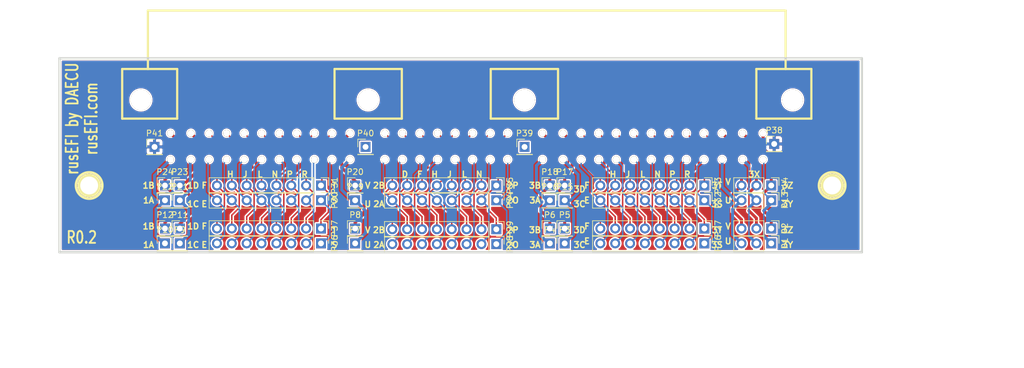
<source format=kicad_pcb>
(kicad_pcb (version 20171130) (host pcbnew "(5.1.5)-3")
  (title_block (title "ECU adapter") (date 2017-02-05) (rev R0.2) (company DAECU))
  (layers (0 F.Cu signal) (31 B.Cu signal) (34 B.Paste user) (35 F.Paste user) (36 B.SilkS user) (37 F.SilkS user) (38 B.Mask user) (39 F.Mask user) (44 Edge.Cuts user))
  (net 0 "")
  (net 1 GND)
  (net 2 "Net-(P1-Pad1)")
  (net 3 "Net-(P1-Pad2)")
  (net 4 "Net-(P1-Pad3)")
  (net 5 "Net-(P10-Pad1)")
  (net 6 "Net-(P11-Pad1)")
  (net 7 "Net-(P12-Pad1)")
  (net 8 "Net-(P14-Pad1)")
  (net 9 "Net-(P14-Pad2)")
  (net 10 "Net-(P14-Pad3)")
  (net 11 "Net-(P15-Pad1)")
  (net 12 "Net-(P16-Pad1)")
  (net 13 "Net-(P17-Pad1)")
  (net 14 "Net-(P18-Pad1)")
  (net 15 "Net-(P19-Pad1)")
  (net 16 "Net-(P20-Pad1)")
  (net 17 "Net-(P21-Pad1)")
  (net 18 "Net-(P25-Pad61)")
  (net 19 "Net-(P25-Pad53)")
  (net 20 "Net-(P25-Pad54)")
  (net 21 "Net-(P25-Pad62)")
  (net 22 "Net-(P25-Pad64)")
  (net 23 "Net-(P25-Pad56)")
  (net 24 "Net-(P25-Pad55)")
  (net 25 "Net-(P25-Pad63)")
  (net 26 "Net-(P25-Pad59)")
  (net 27 "Net-(P25-Pad51)")
  (net 28 "Net-(P25-Pad52)")
  (net 29 "Net-(P25-Pad60)")
  (net 30 "Net-(P25-Pad58)")
  (net 31 "Net-(P25-Pad50)")
  (net 32 "Net-(P25-Pad49)")
  (net 33 "Net-(P25-Pad57)")
  (net 34 "Net-(P25-Pad45)")
  (net 35 "Net-(P25-Pad37)")
  (net 36 "Net-(P25-Pad38)")
  (net 37 "Net-(P25-Pad46)")
  (net 38 "Net-(P25-Pad48)")
  (net 39 "Net-(P25-Pad40)")
  (net 40 "Net-(P25-Pad39)")
  (net 41 "Net-(P25-Pad47)")
  (net 42 "Net-(P25-Pad43)")
  (net 43 "Net-(P25-Pad35)")
  (net 44 "Net-(P25-Pad36)")
  (net 45 "Net-(P25-Pad44)")
  (net 46 "Net-(P25-Pad42)")
  (net 47 "Net-(P25-Pad34)")
  (net 48 "Net-(P25-Pad33)")
  (net 49 "Net-(P25-Pad41)")
  (net 50 "Net-(P25-Pad21)")
  (net 51 "Net-(P25-Pad29)")
  (net 52 "Net-(P25-Pad22)")
  (net 53 "Net-(P25-Pad30)")
  (net 54 "Net-(P25-Pad24)")
  (net 55 "Net-(P25-Pad32)")
  (net 56 "Net-(P25-Pad23)")
  (net 57 "Net-(P25-Pad31)")
  (net 58 "Net-(P25-Pad19)")
  (net 59 "Net-(P25-Pad27)")
  (net 60 "Net-(P25-Pad20)")
  (net 61 "Net-(P25-Pad28)")
  (net 62 "Net-(P25-Pad18)")
  (net 63 "Net-(P25-Pad26)")
  (net 64 "Net-(P25-Pad17)")
  (net 65 "Net-(P25-Pad25)")
  (net 66 "Net-(P39-Pad1)")
  (net 67 "Net-(P40-Pad1)")
  (module 1pin (layer F.Cu) (at 55.88 62.23)
    (fp_text reference 1PIN hide)
    (fp_text value P*** hide)
    (pad 1 thru_hole circle (at 0 0) (size 4.064 4.064) (drill 3.048) (layers *.Cu *.Mask F.SilkS))
  )
  (module 1pin (layer F.Cu) (at 182.88 62.23)
    (fp_text reference 1PIN hide)
    (fp_text value P*** hide)
    (pad 1 thru_hole circle (at 0 0) (size 4.064 4.064) (drill 3.048) (layers *.Cu *.Mask F.SilkS))
  )
  (module Connector_PinHeader_2.54mm:PinHeader_1x03_P2.54mm_Vertical (layer F.Cu) (at 172.466 72.136 270)
    (fp_text reference P1 (at 0 -2.33 90) (layer F.SilkS))
    (fp_text value CONN_3)
    (pad 1 thru_hole rect (at 0 0 270) (size 1.7 1.7) (drill 1) (layers *.Cu *.Mask) (net 2 "Net-(P1-Pad1)"))
    (pad 2 thru_hole oval (at 0 2.54 270) (size 1.7 1.7) (drill 1) (layers *.Cu *.Mask) (net 3 "Net-(P1-Pad2)"))
    (pad 3 thru_hole oval (at 0 5.08 270) (size 1.7 1.7) (drill 1) (layers *.Cu *.Mask) (net 4 "Net-(P1-Pad3)"))
  )
  (module Connector_PinHeader_2.54mm:PinHeader_1x03_P2.54mm_Vertical (layer F.Cu) (at 172.466 69.596 270)
    (fp_text reference P2 (at 0 -2.33 90) (layer F.SilkS))
    (fp_text value CONN_3)
    (pad 3 thru_hole oval (at 0 5.08 270) (size 1.7 1.7) (drill 1) (layers *.Cu *.Mask) (net 10 "Net-(P14-Pad3)"))
    (pad 2 thru_hole oval (at 0 2.54 270) (size 1.7 1.7) (drill 1) (layers *.Cu *.Mask) (net 9 "Net-(P14-Pad2)"))
    (pad 1 thru_hole rect (at 0 0 270) (size 1.7 1.7) (drill 1) (layers *.Cu *.Mask) (net 8 "Net-(P14-Pad1)"))
  )
  (module Connector_PinHeader_2.54mm:PinHeader_1x01_P2.54mm_Vertical (layer F.Cu) (at 137.16 72.136)
    (fp_text reference P3 (at 0 -2.33) (layer F.SilkS))
    (fp_text value CONN_1)
    (pad 1 thru_hole rect (at 0 0) (size 1.7 1.7) (drill 1) (layers *.Cu *.Mask) (net 11 "Net-(P15-Pad1)"))
  )
  (module Connector_PinHeader_2.54mm:PinHeader_1x01_P2.54mm_Vertical (layer F.Cu) (at 134.62 72.136)
    (fp_text reference P4 (at 0 -2.33) (layer F.SilkS))
    (fp_text value CONN_1)
    (pad 1 thru_hole rect (at 0 0) (size 1.7 1.7) (drill 1) (layers *.Cu *.Mask) (net 12 "Net-(P16-Pad1)"))
  )
  (module Connector_PinHeader_2.54mm:PinHeader_1x01_P2.54mm_Vertical (layer F.Cu) (at 137.16 69.596)
    (fp_text reference P5 (at 0 -2.33) (layer F.SilkS))
    (fp_text value CONN_1)
    (pad 1 thru_hole rect (at 0 0) (size 1.7 1.7) (drill 1) (layers *.Cu *.Mask) (net 13 "Net-(P17-Pad1)"))
  )
  (module Connector_PinHeader_2.54mm:PinHeader_1x01_P2.54mm_Vertical (layer F.Cu) (at 134.62 69.596)
    (fp_text reference P6 (at 0 -2.33) (layer F.SilkS))
    (fp_text value CONN_1)
    (pad 1 thru_hole rect (at 0 0) (size 1.7 1.7) (drill 1) (layers *.Cu *.Mask) (net 14 "Net-(P18-Pad1)"))
  )
  (module Connector_PinHeader_2.54mm:PinHeader_1x01_P2.54mm_Vertical (layer F.Cu) (at 101.346 72.136)
    (fp_text reference P7 (at 0 -2.33) (layer F.SilkS))
    (fp_text value CONN_1)
    (pad 1 thru_hole rect (at 0 0) (size 1.7 1.7) (drill 1) (layers *.Cu *.Mask) (net 15 "Net-(P19-Pad1)"))
  )
  (module Connector_PinHeader_2.54mm:PinHeader_1x01_P2.54mm_Vertical (layer F.Cu) (at 101.346 69.596)
    (fp_text reference P8 (at 0 -2.33) (layer F.SilkS))
    (fp_text value CONN_1)
    (pad 1 thru_hole rect (at 0 0) (size 1.7 1.7) (drill 1) (layers *.Cu *.Mask) (net 16 "Net-(P20-Pad1)"))
  )
  (module Connector_PinHeader_2.54mm:PinHeader_1x01_P2.54mm_Vertical (layer F.Cu) (at 71.374 72.136)
    (fp_text reference P9 (at 0 -2.33) (layer F.SilkS))
    (fp_text value CONN_1)
    (pad 1 thru_hole rect (at 0 0) (size 1.7 1.7) (drill 1) (layers *.Cu *.Mask) (net 17 "Net-(P21-Pad1)"))
  )
  (module Connector_PinHeader_2.54mm:PinHeader_1x01_P2.54mm_Vertical (layer F.Cu) (at 68.834 72.136)
    (fp_text reference P10 (at 0 -2.33) (layer F.SilkS))
    (fp_text value CONN_1)
    (pad 1 thru_hole rect (at 0 0) (size 1.7 1.7) (drill 1) (layers *.Cu *.Mask) (net 5 "Net-(P10-Pad1)"))
  )
  (module Connector_PinHeader_2.54mm:PinHeader_1x01_P2.54mm_Vertical (layer F.Cu) (at 71.374 69.596)
    (fp_text reference P11 (at 0 -2.33) (layer F.SilkS))
    (fp_text value CONN_1)
    (pad 1 thru_hole rect (at 0 0) (size 1.7 1.7) (drill 1) (layers *.Cu *.Mask) (net 6 "Net-(P11-Pad1)"))
  )
  (module Connector_PinHeader_2.54mm:PinHeader_1x01_P2.54mm_Vertical (layer F.Cu) (at 68.834 69.596)
    (fp_text reference P12 (at 0 -2.33) (layer F.SilkS))
    (fp_text value CONN_1)
    (pad 1 thru_hole rect (at 0 0) (size 1.7 1.7) (drill 1) (layers *.Cu *.Mask) (net 7 "Net-(P12-Pad1)"))
  )
  (module Connector_PinHeader_2.54mm:PinHeader_1x03_P2.54mm_Vertical (layer F.Cu) (at 172.466 64.77 270)
    (fp_text reference P13 (at 0 -2.33 90) (layer F.SilkS))
    (fp_text value CONN_3)
    (pad 3 thru_hole oval (at 0 5.08 270) (size 1.7 1.7) (drill 1) (layers *.Cu *.Mask) (net 4 "Net-(P1-Pad3)"))
    (pad 2 thru_hole oval (at 0 2.54 270) (size 1.7 1.7) (drill 1) (layers *.Cu *.Mask) (net 3 "Net-(P1-Pad2)"))
    (pad 1 thru_hole rect (at 0 0 270) (size 1.7 1.7) (drill 1) (layers *.Cu *.Mask) (net 2 "Net-(P1-Pad1)"))
  )
  (module Connector_PinHeader_2.54mm:PinHeader_1x03_P2.54mm_Vertical (layer F.Cu) (at 172.466 62.23 270)
    (fp_text reference P14 (at 0 -2.33 90) (layer F.SilkS))
    (fp_text value CONN_3)
    (pad 1 thru_hole rect (at 0 0 270) (size 1.7 1.7) (drill 1) (layers *.Cu *.Mask) (net 8 "Net-(P14-Pad1)"))
    (pad 2 thru_hole oval (at 0 2.54 270) (size 1.7 1.7) (drill 1) (layers *.Cu *.Mask) (net 9 "Net-(P14-Pad2)"))
    (pad 3 thru_hole oval (at 0 5.08 270) (size 1.7 1.7) (drill 1) (layers *.Cu *.Mask) (net 10 "Net-(P14-Pad3)"))
  )
  (module Connector_PinHeader_2.54mm:PinHeader_1x01_P2.54mm_Vertical (layer F.Cu) (at 137.16 64.77)
    (fp_text reference P15 (at 0 -2.33) (layer F.SilkS))
    (fp_text value CONN_1)
    (pad 1 thru_hole rect (at 0 0) (size 1.7 1.7) (drill 1) (layers *.Cu *.Mask) (net 11 "Net-(P15-Pad1)"))
  )
  (module Connector_PinHeader_2.54mm:PinHeader_1x01_P2.54mm_Vertical (layer F.Cu) (at 134.62 64.77)
    (fp_text reference P16 (at 0 -2.33) (layer F.SilkS))
    (fp_text value CONN_1)
    (pad 1 thru_hole rect (at 0 0) (size 1.7 1.7) (drill 1) (layers *.Cu *.Mask) (net 12 "Net-(P16-Pad1)"))
  )
  (module Connector_PinHeader_2.54mm:PinHeader_1x01_P2.54mm_Vertical (layer F.Cu) (at 137.16 62.23)
    (fp_text reference P17 (at 0 -2.33) (layer F.SilkS))
    (fp_text value CONN_1)
    (pad 1 thru_hole rect (at 0 0) (size 1.7 1.7) (drill 1) (layers *.Cu *.Mask) (net 13 "Net-(P17-Pad1)"))
  )
  (module Connector_PinHeader_2.54mm:PinHeader_1x01_P2.54mm_Vertical (layer F.Cu) (at 134.62 62.23)
    (fp_text reference P18 (at 0 -2.33) (layer F.SilkS))
    (fp_text value CONN_1)
    (pad 1 thru_hole rect (at 0 0) (size 1.7 1.7) (drill 1) (layers *.Cu *.Mask) (net 14 "Net-(P18-Pad1)"))
  )
  (module Connector_PinHeader_2.54mm:PinHeader_1x01_P2.54mm_Vertical (layer F.Cu) (at 101.346 64.77)
    (fp_text reference P19 (at 0 -2.33) (layer F.SilkS))
    (fp_text value CONN_1)
    (pad 1 thru_hole rect (at 0 0) (size 1.7 1.7) (drill 1) (layers *.Cu *.Mask) (net 15 "Net-(P19-Pad1)"))
  )
  (module Connector_PinHeader_2.54mm:PinHeader_1x01_P2.54mm_Vertical (layer F.Cu) (at 101.346 62.23)
    (fp_text reference P20 (at 0 -2.33) (layer F.SilkS))
    (fp_text value CONN_1)
    (pad 1 thru_hole rect (at 0 0) (size 1.7 1.7) (drill 1) (layers *.Cu *.Mask) (net 16 "Net-(P20-Pad1)"))
  )
  (module Connector_PinHeader_2.54mm:PinHeader_1x01_P2.54mm_Vertical (layer F.Cu) (at 71.374 64.77)
    (fp_text reference P21 (at 0 -2.33) (layer F.SilkS))
    (fp_text value CONN_1)
    (pad 1 thru_hole rect (at 0 0) (size 1.7 1.7) (drill 1) (layers *.Cu *.Mask) (net 17 "Net-(P21-Pad1)"))
  )
  (module Connector_PinHeader_2.54mm:PinHeader_1x01_P2.54mm_Vertical (layer F.Cu) (at 68.834 64.77)
    (fp_text reference P22 (at 0 -2.33) (layer F.SilkS))
    (fp_text value CONN_1)
    (pad 1 thru_hole rect (at 0 0) (size 1.7 1.7) (drill 1) (layers *.Cu *.Mask) (net 5 "Net-(P10-Pad1)"))
  )
  (module Connector_PinHeader_2.54mm:PinHeader_1x01_P2.54mm_Vertical (layer F.Cu) (at 71.374 62.23)
    (fp_text reference P23 (at 0 -2.33) (layer F.SilkS))
    (fp_text value CONN_1)
    (pad 1 thru_hole rect (at 0 0) (size 1.7 1.7) (drill 1) (layers *.Cu *.Mask) (net 6 "Net-(P11-Pad1)"))
  )
  (module Connector_PinHeader_2.54mm:PinHeader_1x01_P2.54mm_Vertical (layer F.Cu) (at 68.834 62.23)
    (fp_text reference P24 (at 0 -2.33) (layer F.SilkS))
    (fp_text value CONN_1)
    (pad 1 thru_hole rect (at 0 0) (size 1.7 1.7) (drill 1) (layers *.Cu *.Mask) (net 7 "Net-(P12-Pad1)"))
  )
  (module 0176122-06:176122-6 (layer F.Cu) (at 179.324 57.785)
    (fp_text reference P25 hide)
    (fp_text value 0176122-06 hide)
    (pad 16 thru_hole circle (at -109.54766 -4.50088 180) (size 1.15062 1.15062) (drill 1.09982) (layers *.Cu *.Mask F.SilkS) (net 7 "Net-(P12-Pad1)"))
    (pad 14 thru_hole circle (at -109.54766 0) (size 1.15062 1.15062) (drill 1.09982) (layers *.Cu *.Mask F.SilkS) (net 5 "Net-(P10-Pad1)"))
    (pad 13 thru_hole circle (at -106.05008 0) (size 1.15062 1.15062) (drill 1.09982) (layers *.Cu *.Mask F.SilkS) (net 17 "Net-(P21-Pad1)"))
    (pad 15 thru_hole circle (at -106.05008 -4.50088 180) (size 1.15062 1.15062) (drill 1.09982) (layers *.Cu *.Mask F.SilkS) (net 6 "Net-(P11-Pad1)"))
    (pad 61 thru_hole circle (at -93.94952 -4.50088 180) (size 1.15062 1.15062) (drill 1.09982) (layers *.Cu *.Mask F.SilkS) (net 18 "Net-(P25-Pad61)"))
    (pad 53 thru_hole circle (at -93.94952 0) (size 1.15062 1.15062) (drill 1.09982) (layers *.Cu *.Mask F.SilkS) (net 19 "Net-(P25-Pad53)"))
    (pad 54 thru_hole circle (at -96.94926 0) (size 1.15062 1.15062) (drill 1.09982) (layers *.Cu *.Mask F.SilkS) (net 20 "Net-(P25-Pad54)"))
    (pad 62 thru_hole circle (at -96.94926 -4.50088 180) (size 1.15062 1.15062) (drill 1.09982) (layers *.Cu *.Mask F.SilkS) (net 21 "Net-(P25-Pad62)"))
    (pad 64 thru_hole circle (at -102.94874 -4.50088 180) (size 1.15062 1.15062) (drill 1.09982) (layers *.Cu *.Mask F.SilkS) (net 22 "Net-(P25-Pad64)"))
    (pad 56 thru_hole circle (at -102.94874 0) (size 1.15062 1.15062) (drill 1.09982) (layers *.Cu *.Mask F.SilkS) (net 23 "Net-(P25-Pad56)"))
    (pad 55 thru_hole circle (at -99.949 0) (size 1.15062 1.15062) (drill 1.09982) (layers *.Cu *.Mask F.SilkS) (net 24 "Net-(P25-Pad55)"))
    (pad 63 thru_hole circle (at -99.949 -4.50088 180) (size 1.15062 1.15062) (drill 1.09982) (layers *.Cu *.Mask F.SilkS) (net 25 "Net-(P25-Pad63)"))
    (pad 59 thru_hole circle (at -87.95004 -4.50088 180) (size 1.15062 1.15062) (drill 1.09982) (layers *.Cu *.Mask F.SilkS) (net 26 "Net-(P25-Pad59)"))
    (pad 51 thru_hole circle (at -87.95004 0) (size 1.15062 1.15062) (drill 1.09982) (layers *.Cu *.Mask F.SilkS) (net 27 "Net-(P25-Pad51)"))
    (pad 52 thru_hole circle (at -90.94978 0) (size 1.15062 1.15062) (drill 1.09982) (layers *.Cu *.Mask F.SilkS) (net 28 "Net-(P25-Pad52)"))
    (pad 60 thru_hole circle (at -90.94978 -4.50088 180) (size 1.15062 1.15062) (drill 1.09982) (layers *.Cu *.Mask F.SilkS) (net 29 "Net-(P25-Pad60)"))
    (pad 58 thru_hole circle (at -84.9503 -4.50088 180) (size 1.15062 1.15062) (drill 1.09982) (layers *.Cu *.Mask F.SilkS) (net 30 "Net-(P25-Pad58)"))
    (pad 50 thru_hole circle (at -84.9503 0) (size 1.15062 1.15062) (drill 1.09982) (layers *.Cu *.Mask F.SilkS) (net 31 "Net-(P25-Pad50)"))
    (pad 49 thru_hole circle (at -81.95056 0) (size 1.15062 1.15062) (drill 1.09982) (layers *.Cu *.Mask F.SilkS) (net 32 "Net-(P25-Pad49)"))
    (pad 57 thru_hole circle (at -81.95056 -4.50088 180) (size 1.15062 1.15062) (drill 1.09982) (layers *.Cu *.Mask F.SilkS) (net 33 "Net-(P25-Pad57)"))
    (pad 45 thru_hole circle (at -63.90132 -4.50088 180) (size 1.15062 1.15062) (drill 1.09982) (layers *.Cu *.Mask F.SilkS) (net 34 "Net-(P25-Pad45)"))
    (pad 37 thru_hole circle (at -63.90132 0) (size 1.15062 1.15062) (drill 1.09982) (layers *.Cu *.Mask F.SilkS) (net 35 "Net-(P25-Pad37)"))
    (pad 38 thru_hole circle (at -66.90106 0) (size 1.15062 1.15062) (drill 1.09982) (layers *.Cu *.Mask F.SilkS) (net 36 "Net-(P25-Pad38)"))
    (pad 46 thru_hole circle (at -66.90106 -4.50088 180) (size 1.15062 1.15062) (drill 1.09982) (layers *.Cu *.Mask F.SilkS) (net 37 "Net-(P25-Pad46)"))
    (pad 48 thru_hole circle (at -72.90054 -4.50088 180) (size 1.15062 1.15062) (drill 1.09982) (layers *.Cu *.Mask F.SilkS) (net 38 "Net-(P25-Pad48)"))
    (pad 40 thru_hole circle (at -72.90054 0) (size 1.15062 1.15062) (drill 1.09982) (layers *.Cu *.Mask F.SilkS) (net 39 "Net-(P25-Pad40)"))
    (pad 39 thru_hole circle (at -69.9008 0) (size 1.15062 1.15062) (drill 1.09982) (layers *.Cu *.Mask F.SilkS) (net 40 "Net-(P25-Pad39)"))
    (pad 47 thru_hole circle (at -69.9008 -4.50088 180) (size 1.15062 1.15062) (drill 1.09982) (layers *.Cu *.Mask F.SilkS) (net 41 "Net-(P25-Pad47)"))
    (pad 43 thru_hole circle (at -57.8993 -4.50088 180) (size 1.15062 1.15062) (drill 1.09982) (layers *.Cu *.Mask F.SilkS) (net 42 "Net-(P25-Pad43)"))
    (pad 35 thru_hole circle (at -57.8993 0) (size 1.15062 1.15062) (drill 1.09982) (layers *.Cu *.Mask F.SilkS) (net 43 "Net-(P25-Pad35)"))
    (pad 36 thru_hole circle (at -60.89904 0) (size 1.15062 1.15062) (drill 1.09982) (layers *.Cu *.Mask F.SilkS) (net 44 "Net-(P25-Pad36)"))
    (pad 44 thru_hole circle (at -60.89904 -4.50088 180) (size 1.15062 1.15062) (drill 1.09982) (layers *.Cu *.Mask F.SilkS) (net 45 "Net-(P25-Pad44)"))
    (pad 42 thru_hole circle (at -54.89956 -4.50088 180) (size 1.15062 1.15062) (drill 1.09982) (layers *.Cu *.Mask F.SilkS) (net 46 "Net-(P25-Pad42)"))
    (pad 34 thru_hole circle (at -54.89956 0) (size 1.15062 1.15062) (drill 1.09982) (layers *.Cu *.Mask F.SilkS) (net 47 "Net-(P25-Pad34)"))
    (pad 12 thru_hole circle (at -78.84922 -4.50088 180) (size 1.15062 1.15062) (drill 1.09982) (layers *.Cu *.Mask F.SilkS) (net 16 "Net-(P20-Pad1)"))
    (pad 11 thru_hole circle (at -78.84922 0) (size 1.15062 1.15062) (drill 1.09982) (layers *.Cu *.Mask F.SilkS) (net 15 "Net-(P19-Pad1)"))
    (pad 33 thru_hole circle (at -51.89982 0) (size 1.15062 1.15062) (drill 1.09982) (layers *.Cu *.Mask F.SilkS) (net 48 "Net-(P25-Pad33)"))
    (pad 41 thru_hole circle (at -51.89982 -4.50088 180) (size 1.15062 1.15062) (drill 1.09982) (layers *.Cu *.Mask F.SilkS) (net 49 "Net-(P25-Pad41)"))
    (pad 7 thru_hole circle (at -42.45356 0) (size 1.15062 1.15062) (drill 1.09982) (layers *.Cu *.Mask F.SilkS) (net 11 "Net-(P15-Pad1)"))
    (pad 9 thru_hole circle (at -42.45356 -4.50088 180) (size 1.15062 1.15062) (drill 1.09982) (layers *.Cu *.Mask F.SilkS) (net 13 "Net-(P17-Pad1)"))
    (pad 8 thru_hole circle (at -45.95368 0) (size 1.15062 1.15062) (drill 1.09982) (layers *.Cu *.Mask F.SilkS) (net 12 "Net-(P16-Pad1)"))
    (pad 10 thru_hole circle (at -45.95368 -4.50088 180) (size 1.15062 1.15062) (drill 1.09982) (layers *.Cu *.Mask F.SilkS) (net 14 "Net-(P18-Pad1)"))
    (pad 21 thru_hole circle (at -30.35046 0) (size 1.15062 1.15062) (drill 1.09982) (layers *.Cu *.Mask F.SilkS) (net 50 "Net-(P25-Pad21)"))
    (pad 29 thru_hole circle (at -30.35046 -4.50088 180) (size 1.15062 1.15062) (drill 1.09982) (layers *.Cu *.Mask F.SilkS) (net 51 "Net-(P25-Pad29)"))
    (pad 22 thru_hole circle (at -33.3502 0) (size 1.15062 1.15062) (drill 1.09982) (layers *.Cu *.Mask F.SilkS) (net 52 "Net-(P25-Pad22)"))
    (pad 30 thru_hole circle (at -33.3502 -4.50088 180) (size 1.15062 1.15062) (drill 1.09982) (layers *.Cu *.Mask F.SilkS) (net 53 "Net-(P25-Pad30)"))
    (pad 24 thru_hole circle (at -39.34968 0) (size 1.15062 1.15062) (drill 1.09982) (layers *.Cu *.Mask F.SilkS) (net 54 "Net-(P25-Pad24)"))
    (pad 32 thru_hole circle (at -39.34968 -4.50088 180) (size 1.15062 1.15062) (drill 1.09982) (layers *.Cu *.Mask F.SilkS) (net 55 "Net-(P25-Pad32)"))
    (pad 23 thru_hole circle (at -36.34994 0) (size 1.15062 1.15062) (drill 1.09982) (layers *.Cu *.Mask F.SilkS) (net 56 "Net-(P25-Pad23)"))
    (pad 31 thru_hole circle (at -36.34994 -4.50088 180) (size 1.15062 1.15062) (drill 1.09982) (layers *.Cu *.Mask F.SilkS) (net 57 "Net-(P25-Pad31)"))
    (pad 19 thru_hole circle (at -24.35098 0) (size 1.15062 1.15062) (drill 1.09982) (layers *.Cu *.Mask F.SilkS) (net 58 "Net-(P25-Pad19)"))
    (pad 27 thru_hole circle (at -24.35098 -4.50088 180) (size 1.15062 1.15062) (drill 1.09982) (layers *.Cu *.Mask F.SilkS) (net 59 "Net-(P25-Pad27)"))
    (pad 20 thru_hole circle (at -27.35072 0) (size 1.15062 1.15062) (drill 1.09982) (layers *.Cu *.Mask F.SilkS) (net 60 "Net-(P25-Pad20)"))
    (pad 28 thru_hole circle (at -27.35072 -4.50088 180) (size 1.15062 1.15062) (drill 1.09982) (layers *.Cu *.Mask F.SilkS) (net 61 "Net-(P25-Pad28)"))
    (pad 18 thru_hole circle (at -21.35124 0) (size 1.15062 1.15062) (drill 1.09982) (layers *.Cu *.Mask F.SilkS) (net 62 "Net-(P25-Pad18)"))
    (pad 26 thru_hole circle (at -21.35124 -4.50088 180) (size 1.15062 1.15062) (drill 1.09982) (layers *.Cu *.Mask F.SilkS) (net 63 "Net-(P25-Pad26)"))
    (pad 17 thru_hole circle (at -18.3515 0) (size 1.15062 1.15062) (drill 1.09982) (layers *.Cu *.Mask F.SilkS) (net 64 "Net-(P25-Pad17)"))
    (pad 25 thru_hole circle (at -18.3515 -4.50088 180) (size 1.15062 1.15062) (drill 1.09982) (layers *.Cu *.Mask F.SilkS) (net 65 "Net-(P25-Pad25)"))
    (pad 3 thru_hole circle (at -15.25016 0) (size 1.15062 1.15062) (drill 1.09982) (layers *.Cu *.Mask F.SilkS) (net 4 "Net-(P1-Pad3)"))
    (pad 6 thru_hole circle (at -15.25016 -4.50088 180) (size 1.15062 1.15062) (drill 1.09982) (layers *.Cu *.Mask F.SilkS) (net 10 "Net-(P14-Pad3)"))
    (pad 2 thru_hole circle (at -11.75004 0) (size 1.15062 1.15062) (drill 1.09982) (layers *.Cu *.Mask F.SilkS) (net 3 "Net-(P1-Pad2)"))
    (pad 5 thru_hole circle (at -11.75004 -4.50088 180) (size 1.15062 1.15062) (drill 1.09982) (layers *.Cu *.Mask F.SilkS) (net 9 "Net-(P14-Pad2)"))
    (pad "" thru_hole circle (at -114.59972 -10.20064) (size 3.50012 3.50012) (drill 3.50012) (layers *.Cu *.Mask F.SilkS))
    (pad "" thru_hole circle (at -75.75042 -10.20064) (size 3.50012 3.50012) (drill 3.50012) (layers *.Cu *.Mask F.SilkS))
    (pad "" thru_hole circle (at -49.04994 -10.20064) (size 3.50012 3.50012) (drill 3.50012) (layers *.Cu *.Mask F.SilkS))
    (pad 1 thru_hole circle (at -8.24992 0) (size 1.15062 1.15062) (drill 1.09982) (layers *.Cu *.Mask F.SilkS) (net 2 "Net-(P1-Pad1)"))
    (pad 4 thru_hole circle (at -8.24992 -4.50088 180) (size 1.15062 1.15062) (drill 1.09982) (layers *.Cu *.Mask F.SilkS) (net 8 "Net-(P14-Pad1)"))
    (pad "" thru_hole circle (at -3.2004 -10.20064) (size 3.50012 3.50012) (drill 3.50012) (layers *.Cu *.Mask F.SilkS))
  )
  (module Connector_PinHeader_2.54mm:PinHeader_1x08_P2.54mm_Vertical (layer F.Cu) (at 161.036 72.136 270)
    (fp_text reference P26 (at 0 -2.33 90) (layer F.SilkS))
    (fp_text value CONN_8)
    (pad 1 thru_hole rect (at 0 0 270) (size 1.7 1.7) (drill 1) (layers *.Cu *.Mask) (net 64 "Net-(P25-Pad17)"))
    (pad 2 thru_hole oval (at 0 2.54 270) (size 1.7 1.7) (drill 1) (layers *.Cu *.Mask) (net 62 "Net-(P25-Pad18)"))
    (pad 3 thru_hole oval (at 0 5.08 270) (size 1.7 1.7) (drill 1) (layers *.Cu *.Mask) (net 58 "Net-(P25-Pad19)"))
    (pad 4 thru_hole oval (at 0 7.62 270) (size 1.7 1.7) (drill 1) (layers *.Cu *.Mask) (net 60 "Net-(P25-Pad20)"))
    (pad 5 thru_hole oval (at 0 10.16 270) (size 1.7 1.7) (drill 1) (layers *.Cu *.Mask) (net 50 "Net-(P25-Pad21)"))
    (pad 6 thru_hole oval (at 0 12.7 270) (size 1.7 1.7) (drill 1) (layers *.Cu *.Mask) (net 52 "Net-(P25-Pad22)"))
    (pad 7 thru_hole oval (at 0 15.24 270) (size 1.7 1.7) (drill 1) (layers *.Cu *.Mask) (net 56 "Net-(P25-Pad23)"))
    (pad 8 thru_hole oval (at 0 17.78 270) (size 1.7 1.7) (drill 1) (layers *.Cu *.Mask) (net 54 "Net-(P25-Pad24)"))
  )
  (module Connector_PinHeader_2.54mm:PinHeader_1x08_P2.54mm_Vertical (layer F.Cu) (at 161.036 69.596 270)
    (fp_text reference P27 (at 0 -2.33 90) (layer F.SilkS))
    (fp_text value CONN_8)
    (pad 8 thru_hole oval (at 0 17.78 270) (size 1.7 1.7) (drill 1) (layers *.Cu *.Mask) (net 55 "Net-(P25-Pad32)"))
    (pad 7 thru_hole oval (at 0 15.24 270) (size 1.7 1.7) (drill 1) (layers *.Cu *.Mask) (net 57 "Net-(P25-Pad31)"))
    (pad 6 thru_hole oval (at 0 12.7 270) (size 1.7 1.7) (drill 1) (layers *.Cu *.Mask) (net 53 "Net-(P25-Pad30)"))
    (pad 5 thru_hole oval (at 0 10.16 270) (size 1.7 1.7) (drill 1) (layers *.Cu *.Mask) (net 51 "Net-(P25-Pad29)"))
    (pad 4 thru_hole oval (at 0 7.62 270) (size 1.7 1.7) (drill 1) (layers *.Cu *.Mask) (net 61 "Net-(P25-Pad28)"))
    (pad 3 thru_hole oval (at 0 5.08 270) (size 1.7 1.7) (drill 1) (layers *.Cu *.Mask) (net 59 "Net-(P25-Pad27)"))
    (pad 2 thru_hole oval (at 0 2.54 270) (size 1.7 1.7) (drill 1) (layers *.Cu *.Mask) (net 63 "Net-(P25-Pad26)"))
    (pad 1 thru_hole rect (at 0 0 270) (size 1.7 1.7) (drill 1) (layers *.Cu *.Mask) (net 65 "Net-(P25-Pad25)"))
  )
  (module Connector_PinHeader_2.54mm:PinHeader_1x08_P2.54mm_Vertical (layer F.Cu) (at 125.476 72.263 270)
    (fp_text reference P28 (at 0 -2.33 90) (layer F.SilkS))
    (fp_text value CONN_8)
    (pad 8 thru_hole oval (at 0 17.78 270) (size 1.7 1.7) (drill 1) (layers *.Cu *.Mask) (net 39 "Net-(P25-Pad40)"))
    (pad 7 thru_hole oval (at 0 15.24 270) (size 1.7 1.7) (drill 1) (layers *.Cu *.Mask) (net 40 "Net-(P25-Pad39)"))
    (pad 6 thru_hole oval (at 0 12.7 270) (size 1.7 1.7) (drill 1) (layers *.Cu *.Mask) (net 36 "Net-(P25-Pad38)"))
    (pad 5 thru_hole oval (at 0 10.16 270) (size 1.7 1.7) (drill 1) (layers *.Cu *.Mask) (net 35 "Net-(P25-Pad37)"))
    (pad 4 thru_hole oval (at 0 7.62 270) (size 1.7 1.7) (drill 1) (layers *.Cu *.Mask) (net 44 "Net-(P25-Pad36)"))
    (pad 3 thru_hole oval (at 0 5.08 270) (size 1.7 1.7) (drill 1) (layers *.Cu *.Mask) (net 43 "Net-(P25-Pad35)"))
    (pad 2 thru_hole oval (at 0 2.54 270) (size 1.7 1.7) (drill 1) (layers *.Cu *.Mask) (net 47 "Net-(P25-Pad34)"))
    (pad 1 thru_hole rect (at 0 0 270) (size 1.7 1.7) (drill 1) (layers *.Cu *.Mask) (net 48 "Net-(P25-Pad33)"))
  )
  (module Connector_PinHeader_2.54mm:PinHeader_1x08_P2.54mm_Vertical (layer F.Cu) (at 125.476 69.723 270)
    (fp_text reference P29 (at 0 -2.33 90) (layer F.SilkS))
    (fp_text value CONN_8)
    (pad 1 thru_hole rect (at 0 0 270) (size 1.7 1.7) (drill 1) (layers *.Cu *.Mask) (net 49 "Net-(P25-Pad41)"))
    (pad 2 thru_hole oval (at 0 2.54 270) (size 1.7 1.7) (drill 1) (layers *.Cu *.Mask) (net 46 "Net-(P25-Pad42)"))
    (pad 3 thru_hole oval (at 0 5.08 270) (size 1.7 1.7) (drill 1) (layers *.Cu *.Mask) (net 42 "Net-(P25-Pad43)"))
    (pad 4 thru_hole oval (at 0 7.62 270) (size 1.7 1.7) (drill 1) (layers *.Cu *.Mask) (net 45 "Net-(P25-Pad44)"))
    (pad 5 thru_hole oval (at 0 10.16 270) (size 1.7 1.7) (drill 1) (layers *.Cu *.Mask) (net 34 "Net-(P25-Pad45)"))
    (pad 6 thru_hole oval (at 0 12.7 270) (size 1.7 1.7) (drill 1) (layers *.Cu *.Mask) (net 37 "Net-(P25-Pad46)"))
    (pad 7 thru_hole oval (at 0 15.24 270) (size 1.7 1.7) (drill 1) (layers *.Cu *.Mask) (net 41 "Net-(P25-Pad47)"))
    (pad 8 thru_hole oval (at 0 17.78 270) (size 1.7 1.7) (drill 1) (layers *.Cu *.Mask) (net 38 "Net-(P25-Pad48)"))
  )
  (module Connector_PinHeader_2.54mm:PinHeader_1x08_P2.54mm_Vertical (layer F.Cu) (at 95.504 64.77 270)
    (fp_text reference P30 (at 0 -2.33 90) (layer F.SilkS))
    (fp_text value CONN_8)
    (pad 1 thru_hole rect (at 0 0 270) (size 1.7 1.7) (drill 1) (layers *.Cu *.Mask) (net 32 "Net-(P25-Pad49)"))
    (pad 2 thru_hole oval (at 0 2.54 270) (size 1.7 1.7) (drill 1) (layers *.Cu *.Mask) (net 31 "Net-(P25-Pad50)"))
    (pad 3 thru_hole oval (at 0 5.08 270) (size 1.7 1.7) (drill 1) (layers *.Cu *.Mask) (net 27 "Net-(P25-Pad51)"))
    (pad 4 thru_hole oval (at 0 7.62 270) (size 1.7 1.7) (drill 1) (layers *.Cu *.Mask) (net 28 "Net-(P25-Pad52)"))
    (pad 5 thru_hole oval (at 0 10.16 270) (size 1.7 1.7) (drill 1) (layers *.Cu *.Mask) (net 19 "Net-(P25-Pad53)"))
    (pad 6 thru_hole oval (at 0 12.7 270) (size 1.7 1.7) (drill 1) (layers *.Cu *.Mask) (net 20 "Net-(P25-Pad54)"))
    (pad 7 thru_hole oval (at 0 15.24 270) (size 1.7 1.7) (drill 1) (layers *.Cu *.Mask) (net 24 "Net-(P25-Pad55)"))
    (pad 8 thru_hole oval (at 0 17.78 270) (size 1.7 1.7) (drill 1) (layers *.Cu *.Mask) (net 23 "Net-(P25-Pad56)"))
  )
  (module Connector_PinHeader_2.54mm:PinHeader_1x08_P2.54mm_Vertical (layer F.Cu) (at 95.504 62.23 270)
    (fp_text reference P31 (at 0 -2.33 90) (layer F.SilkS))
    (fp_text value CONN_8)
    (pad 8 thru_hole oval (at 0 17.78 270) (size 1.7 1.7) (drill 1) (layers *.Cu *.Mask) (net 22 "Net-(P25-Pad64)"))
    (pad 7 thru_hole oval (at 0 15.24 270) (size 1.7 1.7) (drill 1) (layers *.Cu *.Mask) (net 25 "Net-(P25-Pad63)"))
    (pad 6 thru_hole oval (at 0 12.7 270) (size 1.7 1.7) (drill 1) (layers *.Cu *.Mask) (net 21 "Net-(P25-Pad62)"))
    (pad 5 thru_hole oval (at 0 10.16 270) (size 1.7 1.7) (drill 1) (layers *.Cu *.Mask) (net 18 "Net-(P25-Pad61)"))
    (pad 4 thru_hole oval (at 0 7.62 270) (size 1.7 1.7) (drill 1) (layers *.Cu *.Mask) (net 29 "Net-(P25-Pad60)"))
    (pad 3 thru_hole oval (at 0 5.08 270) (size 1.7 1.7) (drill 1) (layers *.Cu *.Mask) (net 26 "Net-(P25-Pad59)"))
    (pad 2 thru_hole oval (at 0 2.54 270) (size 1.7 1.7) (drill 1) (layers *.Cu *.Mask) (net 30 "Net-(P25-Pad58)"))
    (pad 1 thru_hole rect (at 0 0 270) (size 1.7 1.7) (drill 1) (layers *.Cu *.Mask) (net 33 "Net-(P25-Pad57)"))
  )
  (module Connector_PinHeader_2.54mm:PinHeader_1x08_P2.54mm_Vertical (layer F.Cu) (at 161.036 64.77 270)
    (fp_text reference P32 (at 0 -2.33 90) (layer F.SilkS))
    (fp_text value CONN_8)
    (pad 8 thru_hole oval (at 0 17.78 270) (size 1.7 1.7) (drill 1) (layers *.Cu *.Mask) (net 54 "Net-(P25-Pad24)"))
    (pad 7 thru_hole oval (at 0 15.24 270) (size 1.7 1.7) (drill 1) (layers *.Cu *.Mask) (net 56 "Net-(P25-Pad23)"))
    (pad 6 thru_hole oval (at 0 12.7 270) (size 1.7 1.7) (drill 1) (layers *.Cu *.Mask) (net 52 "Net-(P25-Pad22)"))
    (pad 5 thru_hole oval (at 0 10.16 270) (size 1.7 1.7) (drill 1) (layers *.Cu *.Mask) (net 50 "Net-(P25-Pad21)"))
    (pad 4 thru_hole oval (at 0 7.62 270) (size 1.7 1.7) (drill 1) (layers *.Cu *.Mask) (net 60 "Net-(P25-Pad20)"))
    (pad 3 thru_hole oval (at 0 5.08 270) (size 1.7 1.7) (drill 1) (layers *.Cu *.Mask) (net 58 "Net-(P25-Pad19)"))
    (pad 2 thru_hole oval (at 0 2.54 270) (size 1.7 1.7) (drill 1) (layers *.Cu *.Mask) (net 62 "Net-(P25-Pad18)"))
    (pad 1 thru_hole rect (at 0 0 270) (size 1.7 1.7) (drill 1) (layers *.Cu *.Mask) (net 64 "Net-(P25-Pad17)"))
  )
  (module Connector_PinHeader_2.54mm:PinHeader_1x08_P2.54mm_Vertical (layer F.Cu) (at 161.036 62.23 270)
    (fp_text reference P33 (at 0 -2.33 90) (layer F.SilkS))
    (fp_text value CONN_8)
    (pad 1 thru_hole rect (at 0 0 270) (size 1.7 1.7) (drill 1) (layers *.Cu *.Mask) (net 65 "Net-(P25-Pad25)"))
    (pad 2 thru_hole oval (at 0 2.54 270) (size 1.7 1.7) (drill 1) (layers *.Cu *.Mask) (net 63 "Net-(P25-Pad26)"))
    (pad 3 thru_hole oval (at 0 5.08 270) (size 1.7 1.7) (drill 1) (layers *.Cu *.Mask) (net 59 "Net-(P25-Pad27)"))
    (pad 4 thru_hole oval (at 0 7.62 270) (size 1.7 1.7) (drill 1) (layers *.Cu *.Mask) (net 61 "Net-(P25-Pad28)"))
    (pad 5 thru_hole oval (at 0 10.16 270) (size 1.7 1.7) (drill 1) (layers *.Cu *.Mask) (net 51 "Net-(P25-Pad29)"))
    (pad 6 thru_hole oval (at 0 12.7 270) (size 1.7 1.7) (drill 1) (layers *.Cu *.Mask) (net 53 "Net-(P25-Pad30)"))
    (pad 7 thru_hole oval (at 0 15.24 270) (size 1.7 1.7) (drill 1) (layers *.Cu *.Mask) (net 57 "Net-(P25-Pad31)"))
    (pad 8 thru_hole oval (at 0 17.78 270) (size 1.7 1.7) (drill 1) (layers *.Cu *.Mask) (net 55 "Net-(P25-Pad32)"))
  )
  (module Connector_PinHeader_2.54mm:PinHeader_1x08_P2.54mm_Vertical (layer F.Cu) (at 125.476 64.77 270)
    (fp_text reference P34 (at 0 -2.33 90) (layer F.SilkS))
    (fp_text value CONN_8)
    (pad 1 thru_hole rect (at 0 0 270) (size 1.7 1.7) (drill 1) (layers *.Cu *.Mask) (net 48 "Net-(P25-Pad33)"))
    (pad 2 thru_hole oval (at 0 2.54 270) (size 1.7 1.7) (drill 1) (layers *.Cu *.Mask) (net 47 "Net-(P25-Pad34)"))
    (pad 3 thru_hole oval (at 0 5.08 270) (size 1.7 1.7) (drill 1) (layers *.Cu *.Mask) (net 43 "Net-(P25-Pad35)"))
    (pad 4 thru_hole oval (at 0 7.62 270) (size 1.7 1.7) (drill 1) (layers *.Cu *.Mask) (net 44 "Net-(P25-Pad36)"))
    (pad 5 thru_hole oval (at 0 10.16 270) (size 1.7 1.7) (drill 1) (layers *.Cu *.Mask) (net 35 "Net-(P25-Pad37)"))
    (pad 6 thru_hole oval (at 0 12.7 270) (size 1.7 1.7) (drill 1) (layers *.Cu *.Mask) (net 36 "Net-(P25-Pad38)"))
    (pad 7 thru_hole oval (at 0 15.24 270) (size 1.7 1.7) (drill 1) (layers *.Cu *.Mask) (net 40 "Net-(P25-Pad39)"))
    (pad 8 thru_hole oval (at 0 17.78 270) (size 1.7 1.7) (drill 1) (layers *.Cu *.Mask) (net 39 "Net-(P25-Pad40)"))
  )
  (module Connector_PinHeader_2.54mm:PinHeader_1x08_P2.54mm_Vertical (layer F.Cu) (at 125.476 62.23 270)
    (fp_text reference P35 (at 0 -2.33 90) (layer F.SilkS))
    (fp_text value CONN_8)
    (pad 8 thru_hole oval (at 0 17.78 270) (size 1.7 1.7) (drill 1) (layers *.Cu *.Mask) (net 38 "Net-(P25-Pad48)"))
    (pad 7 thru_hole oval (at 0 15.24 270) (size 1.7 1.7) (drill 1) (layers *.Cu *.Mask) (net 41 "Net-(P25-Pad47)"))
    (pad 6 thru_hole oval (at 0 12.7 270) (size 1.7 1.7) (drill 1) (layers *.Cu *.Mask) (net 37 "Net-(P25-Pad46)"))
    (pad 5 thru_hole oval (at 0 10.16 270) (size 1.7 1.7) (drill 1) (layers *.Cu *.Mask) (net 34 "Net-(P25-Pad45)"))
    (pad 4 thru_hole oval (at 0 7.62 270) (size 1.7 1.7) (drill 1) (layers *.Cu *.Mask) (net 45 "Net-(P25-Pad44)"))
    (pad 3 thru_hole oval (at 0 5.08 270) (size 1.7 1.7) (drill 1) (layers *.Cu *.Mask) (net 42 "Net-(P25-Pad43)"))
    (pad 2 thru_hole oval (at 0 2.54 270) (size 1.7 1.7) (drill 1) (layers *.Cu *.Mask) (net 46 "Net-(P25-Pad42)"))
    (pad 1 thru_hole rect (at 0 0 270) (size 1.7 1.7) (drill 1) (layers *.Cu *.Mask) (net 49 "Net-(P25-Pad41)"))
  )
  (module Connector_PinHeader_2.54mm:PinHeader_1x08_P2.54mm_Vertical (layer F.Cu) (at 95.504 72.136 270)
    (fp_text reference P36 (at 0 -2.33 90) (layer F.SilkS))
    (fp_text value CONN_8)
    (pad 8 thru_hole oval (at 0 17.78 270) (size 1.7 1.7) (drill 1) (layers *.Cu *.Mask) (net 23 "Net-(P25-Pad56)"))
    (pad 7 thru_hole oval (at 0 15.24 270) (size 1.7 1.7) (drill 1) (layers *.Cu *.Mask) (net 24 "Net-(P25-Pad55)"))
    (pad 6 thru_hole oval (at 0 12.7 270) (size 1.7 1.7) (drill 1) (layers *.Cu *.Mask) (net 20 "Net-(P25-Pad54)"))
    (pad 5 thru_hole oval (at 0 10.16 270) (size 1.7 1.7) (drill 1) (layers *.Cu *.Mask) (net 19 "Net-(P25-Pad53)"))
    (pad 4 thru_hole oval (at 0 7.62 270) (size 1.7 1.7) (drill 1) (layers *.Cu *.Mask) (net 28 "Net-(P25-Pad52)"))
    (pad 3 thru_hole oval (at 0 5.08 270) (size 1.7 1.7) (drill 1) (layers *.Cu *.Mask) (net 27 "Net-(P25-Pad51)"))
    (pad 2 thru_hole oval (at 0 2.54 270) (size 1.7 1.7) (drill 1) (layers *.Cu *.Mask) (net 31 "Net-(P25-Pad50)"))
    (pad 1 thru_hole rect (at 0 0 270) (size 1.7 1.7) (drill 1) (layers *.Cu *.Mask) (net 32 "Net-(P25-Pad49)"))
  )
  (module Connector_PinHeader_2.54mm:PinHeader_1x08_P2.54mm_Vertical (layer F.Cu) (at 95.504 69.596 270)
    (fp_text reference P37 (at 0 -2.33 90) (layer F.SilkS))
    (fp_text value CONN_8)
    (pad 1 thru_hole rect (at 0 0 270) (size 1.7 1.7) (drill 1) (layers *.Cu *.Mask) (net 33 "Net-(P25-Pad57)"))
    (pad 2 thru_hole oval (at 0 2.54 270) (size 1.7 1.7) (drill 1) (layers *.Cu *.Mask) (net 30 "Net-(P25-Pad58)"))
    (pad 3 thru_hole oval (at 0 5.08 270) (size 1.7 1.7) (drill 1) (layers *.Cu *.Mask) (net 26 "Net-(P25-Pad59)"))
    (pad 4 thru_hole oval (at 0 7.62 270) (size 1.7 1.7) (drill 1) (layers *.Cu *.Mask) (net 29 "Net-(P25-Pad60)"))
    (pad 5 thru_hole oval (at 0 10.16 270) (size 1.7 1.7) (drill 1) (layers *.Cu *.Mask) (net 18 "Net-(P25-Pad61)"))
    (pad 6 thru_hole oval (at 0 12.7 270) (size 1.7 1.7) (drill 1) (layers *.Cu *.Mask) (net 21 "Net-(P25-Pad62)"))
    (pad 7 thru_hole oval (at 0 15.24 270) (size 1.7 1.7) (drill 1) (layers *.Cu *.Mask) (net 25 "Net-(P25-Pad63)"))
    (pad 8 thru_hole oval (at 0 17.78 270) (size 1.7 1.7) (drill 1) (layers *.Cu *.Mask) (net 22 "Net-(P25-Pad64)"))
  )
  (module Connector_PinHeader_2.54mm:PinHeader_1x01_P2.54mm_Vertical (layer F.Cu) (at 172.974 55.118)
    (fp_text reference P38 (at 0 -2.33) (layer F.SilkS))
    (fp_text value CONN_1)
    (pad 1 thru_hole rect (at 0 0) (size 1.7 1.7) (drill 1) (layers *.Cu *.Mask) (net 1 GND))
  )
  (module Connector_PinHeader_2.54mm:PinHeader_1x01_P2.54mm_Vertical (layer F.Cu) (at 130.302 55.626)
    (fp_text reference P39 (at 0 -2.33) (layer F.SilkS))
    (fp_text value CONN_1)
    (pad 1 thru_hole rect (at 0 0) (size 1.7 1.7) (drill 1) (layers *.Cu *.Mask) (net 66 "Net-(P39-Pad1)"))
  )
  (module Connector_PinHeader_2.54mm:PinHeader_1x01_P2.54mm_Vertical (layer F.Cu) (at 103.124 55.626)
    (fp_text reference P40 (at 0 -2.33) (layer F.SilkS))
    (fp_text value CONN_1)
    (pad 1 thru_hole rect (at 0 0) (size 1.7 1.7) (drill 1) (layers *.Cu *.Mask) (net 67 "Net-(P40-Pad1)"))
  )
  (module Connector_PinHeader_2.54mm:PinHeader_1x01_P2.54mm_Vertical (layer F.Cu) (at 67.056 55.626)
    (fp_text reference P41 (at 0 -2.33) (layer F.SilkS))
    (fp_text value CONN_1)
    (pad 1 thru_hole rect (at 0 0) (size 1.7 1.7) (drill 1) (layers *.Cu *.Mask) (net 1 GND))
  )
  (gr_text R0.2 (at 54.61 71.12) (layer F.SilkS) (effects (font (size 2.032 1.524) (thickness 0.3048))))
  (gr_text R (at 158.115 60.325) (layer F.SilkS) (effects (font (size 1.016 1.016) (thickness 0.22352))))
  (gr_text P (at 155.575 60.325) (layer F.SilkS) (effects (font (size 1.016 1.016) (thickness 0.22352))))
  (gr_text N (at 153.035 60.325) (layer F.SilkS) (effects (font (size 1.016 1.016) (thickness 0.22352))))
  (gr_text L (at 150.495 60.325) (layer F.SilkS) (effects (font (size 1.016 1.016) (thickness 0.22352))))
  (gr_text J (at 147.955 60.325) (layer F.SilkS) (effects (font (size 1.016 1.016) (thickness 0.22352))))
  (gr_text H (at 145.415 60.325) (layer F.SilkS) (effects (font (size 1.016 1.016) (thickness 0.22352))))
  (gr_text U (at 165.1 64.77) (layer F.SilkS) (effects (font (size 1.016 1.016) (thickness 0.22352))))
  (gr_text U (at 165.1 71.755) (layer F.SilkS) (effects (font (size 1.016 1.016) (thickness 0.22352))))
  (gr_text 3S (at 163.195 72.39) (layer F.SilkS) (effects (font (size 1.016 1.016) (thickness 0.22352))))
  (gr_text 3S (at 163.195 65.405) (layer F.SilkS) (effects (font (size 1.016 1.016) (thickness 0.22352))))
  (gr_text 3T (at 163.195 69.85) (layer F.SilkS) (effects (font (size 1.016 1.016) (thickness 0.22352))))
  (gr_text V (at 165.1 69.215) (layer F.SilkS) (effects (font (size 1.016 1.016) (thickness 0.22352))))
  (gr_text 3T (at 163.195 62.23) (layer F.SilkS) (effects (font (size 1.016 1.016) (thickness 0.22352))))
  (gr_text V (at 165.1 61.595) (layer F.SilkS) (effects (font (size 1.016 1.016) (thickness 0.22352))))
  (gr_text 3X (at 169.545 60.325) (layer F.SilkS) (effects (font (size 1.016 1.016) (thickness 0.22352))))
  (gr_text F (at 140.97 69.215) (layer F.SilkS) (effects (font (size 1.016 1.016) (thickness 0.22352))))
  (gr_text F (at 140.97 62.23) (layer F.SilkS) (effects (font (size 1.016 1.016) (thickness 0.22352))))
  (gr_text E (at 140.97 64.77) (layer F.SilkS) (effects (font (size 1.016 1.016) (thickness 0.22352))))
  (gr_text E (at 140.97 71.755) (layer F.SilkS) (effects (font (size 1.016 1.016) (thickness 0.22352))))
  (gr_text 3D (at 139.7 62.865) (layer F.SilkS) (effects (font (size 1.016 1.016) (thickness 0.22352))))
  (gr_text 3D (at 139.7 69.85) (layer F.SilkS) (effects (font (size 1.016 1.016) (thickness 0.22352))))
  (gr_text 3C (at 139.7 65.405) (layer F.SilkS) (effects (font (size 1.016 1.016) (thickness 0.22352))))
  (gr_text 3C (at 139.7 72.39) (layer F.SilkS) (effects (font (size 1.016 1.016) (thickness 0.22352))))
  (gr_text 3A (at 132.08 64.77) (layer F.SilkS) (effects (font (size 1.016 1.016) (thickness 0.22352))))
  (gr_text 3B (at 132.08 62.23) (layer F.SilkS) (effects (font (size 1.016 1.016) (thickness 0.22352))))
  (gr_text 2P (at 128.27 69.85) (layer F.SilkS) (effects (font (size 1.016 1.016) (thickness 0.22352))))
  (gr_text 2O (at 128.27 72.39) (layer F.SilkS) (effects (font (size 1.016 1.016) (thickness 0.22352))))
  (gr_text 2O (at 128.27 64.77) (layer F.SilkS) (effects (font (size 1.016 1.016) (thickness 0.22352))))
  (gr_text 2P (at 128.27 62.23) (layer F.SilkS) (effects (font (size 1.016 1.016) (thickness 0.22352))))
  (gr_text N (at 122.555 60.325) (layer F.SilkS) (effects (font (size 1.016 1.016) (thickness 0.22352))))
  (gr_text L (at 120.015 60.325) (layer F.SilkS) (effects (font (size 1.016 1.016) (thickness 0.22352))))
  (gr_text J (at 117.475 60.325) (layer F.SilkS) (effects (font (size 1.016 1.016) (thickness 0.22352))))
  (gr_text H (at 114.935 60.325) (layer F.SilkS) (effects (font (size 1.016 1.016) (thickness 0.22352))))
  (gr_text F (at 112.395 60.325) (layer F.SilkS) (effects (font (size 1.016 1.016) (thickness 0.22352))))
  (gr_text D (at 109.855 60.325) (layer F.SilkS) (effects (font (size 1.016 1.016) (thickness 0.22352))))
  (gr_text R (at 92.71 60.325) (layer F.SilkS) (effects (font (size 1.016 1.016) (thickness 0.22352))))
  (gr_text P (at 90.17 60.325) (layer F.SilkS) (effects (font (size 1.016 1.016) (thickness 0.22352))))
  (gr_text N (at 87.63 60.325) (layer F.SilkS) (effects (font (size 1.016 1.016) (thickness 0.22352))))
  (gr_text L (at 85.09 60.325) (layer F.SilkS) (effects (font (size 1.016 1.016) (thickness 0.22352))))
  (gr_text J (at 82.55 60.325) (layer F.SilkS) (effects (font (size 1.016 1.016) (thickness 0.22352))))
  (gr_text H (at 80.01 60.325) (layer F.SilkS) (effects (font (size 1.016 1.016) (thickness 0.22352))))
  (gr_text T (at 97.79 62.23) (layer F.SilkS) (effects (font (size 1.016 1.016) (thickness 0.22352))))
  (gr_text T (at 97.79 69.85) (layer F.SilkS) (effects (font (size 1.016 1.016) (thickness 0.22352))))
  (gr_text S (at 97.79 64.77) (layer F.SilkS) (effects (font (size 1.016 1.016) (thickness 0.22352))))
  (gr_text S (at 97.79 72.39) (layer F.SilkS) (effects (font (size 1.016 1.016) (thickness 0.22352))))
  (gr_text V (at 103.505 69.85) (layer F.SilkS) (effects (font (size 1.016 1.016) (thickness 0.22352))))
  (gr_text V (at 103.505 62.23) (layer F.SilkS) (effects (font (size 1.016 1.016) (thickness 0.22352))))
  (gr_text 2B (at 105.41 62.23) (layer F.SilkS) (effects (font (size 1.016 1.016) (thickness 0.22352))))
  (gr_text 2B (at 105.41 69.85) (layer F.SilkS) (effects (font (size 1.016 1.016) (thickness 0.22352))))
  (gr_text 2A (at 105.41 65.405) (layer F.SilkS) (effects (font (size 1.016 1.016) (thickness 0.22352))))
  (gr_text 2A (at 105.41 72.39) (layer F.SilkS) (effects (font (size 1.016 1.016) (thickness 0.22352))))
  (gr_text U (at 103.505 65.405) (layer F.SilkS) (effects (font (size 1.016 1.016) (thickness 0.22352))))
  (gr_text U (at 103.505 72.39) (layer F.SilkS) (effects (font (size 1.016 1.016) (thickness 0.22352))))
  (gr_text E (at 75.565 65.405) (layer F.SilkS) (effects (font (size 1.016 1.016) (thickness 0.22352))))
  (gr_text F (at 75.565 62.23) (layer F.SilkS) (effects (font (size 1.016 1.016) (thickness 0.22352))))
  (gr_text 1D (at 73.66 62.23) (layer F.SilkS) (effects (font (size 1.016 1.016) (thickness 0.22352))))
  (gr_text 1C (at 73.66 65.405) (layer F.SilkS) (effects (font (size 1.016 1.016) (thickness 0.22352))))
  (gr_text F (at 75.565 69.215) (layer F.SilkS) (effects (font (size 1.016 1.016) (thickness 0.22352))))
  (gr_text E (at 75.565 72.39) (layer F.SilkS) (effects (font (size 1.016 1.016) (thickness 0.22352))))
  (gr_text 1D (at 73.66 69.215) (layer F.SilkS) (effects (font (size 1.016 1.016) (thickness 0.22352))))
  (gr_text 1C (at 73.66 72.39) (layer F.SilkS) (effects (font (size 1.016 1.016) (thickness 0.22352))))
  (gr_text 1B (at 66.04 69.215) (layer F.SilkS) (effects (font (size 1.016 1.016) (thickness 0.22352))))
  (gr_text 1B (at 66.04 62.23) (layer F.SilkS) (effects (font (size 1.016 1.016) (thickness 0.22352))))
  (gr_text 1A (at 66.04 64.77) (layer F.SilkS) (effects (font (size 1.016 1.016) (thickness 0.22352))))
  (gr_text 1A (at 66.04 72.39) (layer F.SilkS) (effects (font (size 1.016 1.016) (thickness 0.22352))))
  (gr_text 3B (at 132.08 69.85) (layer F.SilkS) (effects (font (size 1.016 1.016) (thickness 0.22352))))
  (gr_text 3A (at 132.08 72.39) (layer F.SilkS) (effects (font (size 1.016 1.016) (thickness 0.22352))))
  (gr_text 3Z (at 175.26 62.23) (layer F.SilkS) (effects (font (size 1.016 1.016) (thickness 0.22352))))
  (gr_text 3Y (at 175.26 65.405) (layer F.SilkS) (effects (font (size 1.016 1.016) (thickness 0.22352))))
  (gr_text 3Z (at 175.26 69.85) (layer F.SilkS) (effects (font (size 1.016 1.016) (thickness 0.22352))))
  (gr_text 3Y (at 175.26 72.39) (layer F.SilkS) (effects (font (size 1.016 1.016) (thickness 0.22352))))
  (gr_text "rusEFI by DAECU\nrusEFI.com" (at 54.61 50.8 90) (layer F.SilkS) (effects (font (size 2.032 1.524) (thickness 0.3048))))
  (gr_line (start 50.8 73.66) (end 50.8 40.46) (angle 90) (layer Edge.Cuts) (width 0.381))
  (gr_line (start 187.96 73.66) (end 50.8 73.66) (angle 90) (layer Edge.Cuts) (width 0.381))
  (gr_line (start 187.96 40.46) (end 187.96 73.66) (angle 90) (layer Edge.Cuts) (width 0.381))
  (gr_line (start 50.8 40.46) (end 187.96 40.46) (angle 90) (layer Edge.Cuts) (width 0.381))
  (segment (start 172.466 65.278) (end 171.196 66.548) (width 0.508) (layer B.Cu) (net 2))
  (segment (start 171.196 66.548) (end 171.196 70.866) (width 0.254) (layer B.Cu) (net 2))
  (segment (start 171.196 70.866) (end 172.466 72.136) (width 0.508) (layer B.Cu) (net 2))
  (segment (start 172.466 64.77) (end 172.466 65.278) (width 0.508) (layer B.Cu) (net 2))
  (segment (start 171.196 63.5) (end 171.196 57.90692) (width 0.254) (layer B.Cu) (net 2))
  (segment (start 172.466 64.77) (end 171.196 63.5) (width 0.254) (layer B.Cu) (net 2))
  (segment (start 171.196 57.90692) (end 171.07408 57.785) (width 0.508) (layer B.Cu) (net 2))
  (segment (start 168.656 70.866) (end 168.656 66.04) (width 0.254) (layer B.Cu) (net 3))
  (segment (start 168.656 66.04) (end 169.926 64.77) (width 0.508) (layer B.Cu) (net 3))
  (segment (start 169.926 72.136) (end 168.656 70.866) (width 0.508) (layer B.Cu) (net 3))
  (segment (start 168.656 63.5) (end 168.656 58.86704) (width 0.254) (layer B.Cu) (net 3))
  (segment (start 168.656 58.86704) (end 167.57396 57.785) (width 0.508) (layer B.Cu) (net 3))
  (segment (start 169.926 64.77) (end 168.656 63.5) (width 0.508) (layer B.Cu) (net 3))
  (segment (start 165.862 70.612) (end 165.862 66.294) (width 0.508) (layer B.Cu) (net 4))
  (segment (start 165.862 66.294) (end 167.386 64.77) (width 0.508) (layer B.Cu) (net 4))
  (segment (start 167.386 72.136) (end 165.862 70.612) (width 0.508) (layer B.Cu) (net 4))
  (segment (start 166.37 64.77) (end 164.07384 62.47384) (width 0.508) (layer B.Cu) (net 4))
  (segment (start 164.07384 62.47384) (end 164.07384 57.785) (width 0.508) (layer B.Cu) (net 4))
  (segment (start 167.386 64.77) (end 166.37 64.77) (width 0.508) (layer B.Cu) (net 4))
  (segment (start 68.58 72.136) (end 67.31 70.866) (width 0.508) (layer B.Cu) (net 5))
  (segment (start 67.31 70.866) (end 67.31 66.294) (width 0.508) (layer B.Cu) (net 5))
  (segment (start 67.31 66.294) (end 68.834 64.77) (width 0.508) (layer B.Cu) (net 5))
  (segment (start 68.834 72.136) (end 68.58 72.136) (width 0.508) (layer B.Cu) (net 5))
  (segment (start 68.326 64.77) (end 67.056 63.5) (width 0.508) (layer B.Cu) (net 5))
  (segment (start 67.056 63.5) (end 67.056 60.50534) (width 0.508) (layer B.Cu) (net 5))
  (segment (start 67.056 60.50534) (end 69.77634 57.785) (width 0.508) (layer B.Cu) (net 5))
  (segment (start 68.834 64.77) (end 68.326 64.77) (width 0.508) (layer B.Cu) (net 5))
  (segment (start 71.374 68.834) (end 73.152 67.056) (width 0.508) (layer F.Cu) (net 6))
  (segment (start 73.152 67.056) (end 73.152 64.008) (width 0.508) (layer F.Cu) (net 6))
  (segment (start 73.152 64.008) (end 71.374 62.23) (width 0.508) (layer F.Cu) (net 6))
  (segment (start 71.374 69.596) (end 71.374 68.834) (width 0.508) (layer F.Cu) (net 6))
  (segment (start 71.882 62.23) (end 74.93 59.182) (width 0.508) (layer F.Cu) (net 6))
  (segment (start 74.93 59.182) (end 74.93 54.9402) (width 0.508) (layer F.Cu) (net 6))
  (segment (start 74.93 54.9402) (end 73.27392 53.28412) (width 0.508) (layer F.Cu) (net 6))
  (segment (start 71.374 62.23) (end 71.882 62.23) (width 0.508) (layer F.Cu) (net 6))
  (segment (start 68.834 68.58) (end 70.104 67.31) (width 0.508) (layer F.Cu) (net 7))
  (segment (start 68.834 69.596) (end 68.834 68.58) (width 0.508) (layer F.Cu) (net 7))
  (segment (start 70.104 67.31) (end 70.104 63.5) (width 0.254) (layer F.Cu) (net 7))
  (segment (start 70.104 63.5) (end 68.834 62.23) (width 0.508) (layer F.Cu) (net 7))
  (segment (start 68.834 61.214) (end 71.374 58.674) (width 0.508) (layer F.Cu) (net 7))
  (segment (start 71.374 54.88178) (end 69.77634 53.28412) (width 0.508) (layer F.Cu) (net 7))
  (segment (start 68.834 62.23) (end 68.834 61.214) (width 0.508) (layer F.Cu) (net 7))
  (segment (start 71.374 58.674) (end 71.374 54.88178) (width 0.508) (layer F.Cu) (net 7))
  (segment (start 172.466 62.23) (end 172.466 57.228147) (width 0.508) (layer F.Cu) (net 8))
  (segment (start 172.466 57.228147) (end 171.07408 55.836227) (width 0.508) (layer F.Cu) (net 8))
  (segment (start 171.07408 55.836227) (end 171.07408 53.28412) (width 0.508) (layer F.Cu) (net 8))
  (segment (start 172.466 67.818) (end 171.196 66.548) (width 0.508) (layer F.Cu) (net 8))
  (segment (start 171.196 66.548) (end 171.196 63.5) (width 0.254) (layer F.Cu) (net 8))
  (segment (start 171.196 63.5) (end 172.466 62.23) (width 0.508) (layer F.Cu) (net 8))
  (segment (start 172.466 69.596) (end 172.466 67.818) (width 0.508) (layer F.Cu) (net 8))
  (segment (start 169.926 67.818) (end 168.656 66.548) (width 0.508) (layer F.Cu) (net 9))
  (segment (start 168.656 66.548) (end 168.656 63.5) (width 0.254) (layer F.Cu) (net 9))
  (segment (start 168.656 63.5) (end 169.926 62.23) (width 0.508) (layer F.Cu) (net 9))
  (segment (start 169.926 69.596) (end 169.926 67.818) (width 0.508) (layer F.Cu) (net 9))
  (segment (start 169.926 60.198) (end 169.418 59.69) (width 0.508) (layer F.Cu) (net 9))
  (segment (start 169.418 59.69) (end 169.418 55.12816) (width 0.508) (layer F.Cu) (net 9))
  (segment (start 169.418 55.12816) (end 167.57396 53.28412) (width 0.508) (layer F.Cu) (net 9))
  (segment (start 169.926 62.23) (end 169.926 60.198) (width 0.508) (layer F.Cu) (net 9))
  (segment (start 167.386 69.596) (end 167.386 68.072) (width 0.508) (layer F.Cu) (net 10))
  (segment (start 165.981086 63.634914) (end 167.386 62.23) (width 0.508) (layer F.Cu) (net 10))
  (segment (start 167.386 68.072) (end 165.981086 66.667086) (width 0.508) (layer F.Cu) (net 10))
  (segment (start 165.981086 66.667086) (end 165.981086 63.634914) (width 0.508) (layer F.Cu) (net 10))
  (segment (start 167.386 60.706) (end 165.862 59.182) (width 0.508) (layer F.Cu) (net 10))
  (segment (start 165.862 59.182) (end 165.862 55.07228) (width 0.508) (layer F.Cu) (net 10))
  (segment (start 165.862 55.07228) (end 164.07384 53.28412) (width 0.508) (layer F.Cu) (net 10))
  (segment (start 167.386 62.23) (end 167.386 60.706) (width 0.508) (layer F.Cu) (net 10))
  (segment (start 138.684 70.612) (end 138.684 66.294) (width 0.508) (layer B.Cu) (net 11))
  (segment (start 139.446 60.36056) (end 136.87044 57.785) (width 0.508) (layer B.Cu) (net 11))
  (segment (start 138.684 66.294) (end 137.16 64.77) (width 0.508) (layer B.Cu) (net 11))
  (segment (start 138.176 64.77) (end 139.446 63.5) (width 0.508) (layer B.Cu) (net 11))
  (segment (start 137.16 72.136) (end 138.684 70.612) (width 0.508) (layer B.Cu) (net 11))
  (segment (start 137.16 64.77) (end 138.176 64.77) (width 0.508) (layer B.Cu) (net 11))
  (segment (start 139.446 63.5) (end 139.446 60.36056) (width 0.508) (layer B.Cu) (net 11))
  (segment (start 134.366 72.136) (end 133.096 70.866) (width 0.508) (layer B.Cu) (net 12))
  (segment (start 133.096 70.866) (end 133.096 66.294) (width 0.508) (layer B.Cu) (net 12))
  (segment (start 133.096 66.294) (end 134.62 64.77) (width 0.508) (layer B.Cu) (net 12))
  (segment (start 134.62 72.136) (end 134.366 72.136) (width 0.508) (layer B.Cu) (net 12))
  (segment (start 134.112 64.77) (end 132.334 62.992) (width 0.508) (layer B.Cu) (net 12))
  (segment (start 132.334 62.992) (end 132.334 58.82132) (width 0.508) (layer B.Cu) (net 12))
  (segment (start 132.334 58.82132) (end 133.37032 57.785) (width 0.508) (layer B.Cu) (net 12))
  (segment (start 134.62 64.77) (end 134.112 64.77) (width 0.508) (layer B.Cu) (net 12))
  (segment (start 137.16 67.818) (end 135.89 66.548) (width 0.508) (layer F.Cu) (net 13))
  (segment (start 135.89 66.548) (end 135.89 63.5) (width 0.254) (layer F.Cu) (net 13))
  (segment (start 135.89 63.5) (end 137.16 62.23) (width 0.508) (layer F.Cu) (net 13))
  (segment (start 137.16 69.596) (end 137.16 67.818) (width 0.508) (layer F.Cu) (net 13))
  (segment (start 137.16 60.96) (end 138.43 59.69) (width 0.508) (layer F.Cu) (net 13))
  (segment (start 138.43 59.69) (end 138.43 54.84368) (width 0.508) (layer F.Cu) (net 13))
  (segment (start 138.43 54.84368) (end 136.87044 53.28412) (width 0.508) (layer F.Cu) (net 13))
  (segment (start 137.16 62.23) (end 137.16 60.96) (width 0.508) (layer F.Cu) (net 13))
  (segment (start 133.096 66.548) (end 133.096 63.754) (width 0.508) (layer F.Cu) (net 14))
  (segment (start 134.62 62.23) (end 134.62 60.198) (width 0.508) (layer F.Cu) (net 14))
  (segment (start 133.096 63.754) (end 134.62 62.23) (width 0.508) (layer F.Cu) (net 14))
  (segment (start 134.62 69.596) (end 134.62 68.072) (width 0.508) (layer F.Cu) (net 14))
  (segment (start 134.62 60.198) (end 135.128 59.69) (width 0.508) (layer F.Cu) (net 14))
  (segment (start 134.62 68.072) (end 133.096 66.548) (width 0.508) (layer F.Cu) (net 14))
  (segment (start 135.128 59.69) (end 135.128 55.0418) (width 0.508) (layer F.Cu) (net 14))
  (segment (start 135.128 55.0418) (end 133.37032 53.28412) (width 0.508) (layer F.Cu) (net 14))
  (segment (start 103.124 70.358) (end 103.124 66.548) (width 0.508) (layer B.Cu) (net 15))
  (segment (start 103.124 66.548) (end 101.346 64.77) (width 0.508) (layer B.Cu) (net 15))
  (segment (start 101.346 72.136) (end 103.124 70.358) (width 0.508) (layer B.Cu) (net 15))
  (segment (start 100.838 64.77) (end 99.06 62.992) (width 0.508) (layer B.Cu) (net 15))
  (segment (start 99.06 62.992) (end 99.06 59.19978) (width 0.508) (layer B.Cu) (net 15))
  (segment (start 99.06 59.19978) (end 100.47478 57.785) (width 0.508) (layer B.Cu) (net 15))
  (segment (start 101.346 64.77) (end 100.838 64.77) (width 0.508) (layer B.Cu) (net 15))
  (segment (start 101.346 68.58) (end 102.87 67.056) (width 0.508) (layer F.Cu) (net 16))
  (segment (start 102.87 67.056) (end 102.87 63.754) (width 0.508) (layer F.Cu) (net 16))
  (segment (start 102.87 63.754) (end 101.346 62.23) (width 0.508) (layer F.Cu) (net 16))
  (segment (start 101.346 69.596) (end 101.346 68.58) (width 0.508) (layer F.Cu) (net 16))
  (segment (start 101.346 61.468) (end 99.06 59.182) (width 0.508) (layer F.Cu) (net 16))
  (segment (start 99.06 59.182) (end 99.06 54.6989) (width 0.508) (layer F.Cu) (net 16))
  (segment (start 99.06 54.6989) (end 100.47478 53.28412) (width 0.508) (layer F.Cu) (net 16))
  (segment (start 101.346 62.23) (end 101.346 61.468) (width 0.508) (layer F.Cu) (net 16))
  (segment (start 72.898 66.294) (end 71.374 64.77) (width 0.508) (layer B.Cu) (net 17))
  (segment (start 71.374 64.77) (end 73.152 62.992) (width 0.508) (layer B.Cu) (net 17))
  (segment (start 71.374 72.136) (end 72.898 70.612) (width 0.508) (layer B.Cu) (net 17))
  (segment (start 72.898 70.612) (end 72.898 66.294) (width 0.508) (layer B.Cu) (net 17))
  (segment (start 73.152 62.992) (end 73.152 57.90692) (width 0.508) (layer B.Cu) (net 17))
  (segment (start 73.152 57.90692) (end 73.27392 57.785) (width 0.508) (layer B.Cu) (net 17))
  (segment (start 85.344 67.818) (end 86.614 66.548) (width 0.254) (layer F.Cu) (net 18))
  (segment (start 86.614 66.548) (end 86.614 63.5) (width 0.254) (layer F.Cu) (net 18))
  (segment (start 86.868 54.77764) (end 85.37448 53.28412) (width 0.254) (layer F.Cu) (net 18))
  (segment (start 85.344 69.596) (end 85.344 67.818) (width 0.254) (layer F.Cu) (net 18))
  (segment (start 85.344 60.706) (end 86.868 59.182) (width 0.254) (layer F.Cu) (net 18))
  (segment (start 86.868 59.182) (end 86.868 54.77764) (width 0.254) (layer F.Cu) (net 18))
  (segment (start 85.344 62.23) (end 85.344 60.706) (width 0.254) (layer F.Cu) (net 18))
  (segment (start 86.614 63.5) (end 85.344 62.23) (width 0.254) (layer F.Cu) (net 18))
  (segment (start 84.074 59.08548) (end 85.37448 57.785) (width 0.254) (layer B.Cu) (net 19))
  (segment (start 84.074 63.5) (end 84.074 59.08548) (width 0.254) (layer B.Cu) (net 19))
  (segment (start 86.614 70.866) (end 86.614 66.04) (width 0.254) (layer B.Cu) (net 19))
  (segment (start 85.344 64.77) (end 84.074 63.5) (width 0.254) (layer B.Cu) (net 19))
  (segment (start 85.344 72.136) (end 86.614 70.866) (width 0.254) (layer B.Cu) (net 19))
  (segment (start 86.614 66.04) (end 85.344 64.77) (width 0.254) (layer B.Cu) (net 19))
  (segment (start 84.074 70.866) (end 84.074 66.04) (width 0.254) (layer B.Cu) (net 20))
  (segment (start 84.074 66.04) (end 82.804 64.77) (width 0.254) (layer B.Cu) (net 20))
  (segment (start 82.804 72.136) (end 84.074 70.866) (width 0.254) (layer B.Cu) (net 20))
  (segment (start 81.534 63.5) (end 81.534 58.62574) (width 0.254) (layer B.Cu) (net 20))
  (segment (start 81.534 58.62574) (end 82.37474 57.785) (width 0.254) (layer B.Cu) (net 20))
  (segment (start 82.804 64.77) (end 81.534 63.5) (width 0.254) (layer B.Cu) (net 20))
  (segment (start 82.804 67.564) (end 84.074 66.294) (width 0.254) (layer F.Cu) (net 21))
  (segment (start 84.074 66.294) (end 84.074 63.5) (width 0.254) (layer F.Cu) (net 21))
  (segment (start 84.074 63.5) (end 82.804 62.23) (width 0.254) (layer F.Cu) (net 21))
  (segment (start 82.804 69.596) (end 82.804 67.564) (width 0.254) (layer F.Cu) (net 21))
  (segment (start 82.804 60.198) (end 83.82 59.182) (width 0.254) (layer F.Cu) (net 21))
  (segment (start 83.82 59.182) (end 83.82 54.72938) (width 0.254) (layer F.Cu) (net 21))
  (segment (start 83.82 54.72938) (end 82.37474 53.28412) (width 0.254) (layer F.Cu) (net 21))
  (segment (start 82.804 62.23) (end 82.804 60.198) (width 0.254) (layer F.Cu) (net 21))
  (segment (start 78.994 63.5) (end 77.724 62.23) (width 0.254) (layer F.Cu) (net 22))
  (segment (start 77.724 67.31) (end 78.994 66.04) (width 0.254) (layer F.Cu) (net 22))
  (segment (start 78.994 66.04) (end 78.994 63.5) (width 0.254) (layer F.Cu) (net 22))
  (segment (start 77.724 54.63286) (end 76.37526 53.28412) (width 0.254) (layer F.Cu) (net 22))
  (segment (start 77.724 62.23) (end 77.724 54.63286) (width 0.254) (layer F.Cu) (net 22))
  (segment (start 77.724 69.596) (end 77.724 67.31) (width 0.254) (layer F.Cu) (net 22))
  (segment (start 78.994 70.866) (end 78.994 66.04) (width 0.254) (layer B.Cu) (net 23))
  (segment (start 78.994 66.04) (end 77.724 64.77) (width 0.254) (layer B.Cu) (net 23))
  (segment (start 77.724 72.136) (end 78.994 70.866) (width 0.254) (layer B.Cu) (net 23))
  (segment (start 76.2 63.246) (end 76.2 57.96026) (width 0.254) (layer B.Cu) (net 23))
  (segment (start 76.2 57.96026) (end 76.37526 57.785) (width 0.254) (layer B.Cu) (net 23))
  (segment (start 77.724 64.77) (end 76.2 63.246) (width 0.254) (layer B.Cu) (net 23))
  (segment (start 78.994 58.166) (end 79.375 57.785) (width 0.254) (layer B.Cu) (net 24))
  (segment (start 81.534 66.04) (end 80.264 64.77) (width 0.254) (layer B.Cu) (net 24))
  (segment (start 80.264 72.136) (end 81.534 70.866) (width 0.254) (layer B.Cu) (net 24))
  (segment (start 78.994 63.5) (end 78.994 58.166) (width 0.254) (layer B.Cu) (net 24))
  (segment (start 80.264 64.77) (end 78.994 63.5) (width 0.254) (layer B.Cu) (net 24))
  (segment (start 81.534 70.866) (end 81.534 66.04) (width 0.254) (layer B.Cu) (net 24))
  (segment (start 80.264 67.31) (end 81.534 66.04) (width 0.254) (layer F.Cu) (net 25))
  (segment (start 81.534 66.04) (end 81.534 63.5) (width 0.254) (layer F.Cu) (net 25))
  (segment (start 81.534 63.5) (end 80.264 62.23) (width 0.254) (layer F.Cu) (net 25))
  (segment (start 80.264 69.596) (end 80.264 67.31) (width 0.254) (layer F.Cu) (net 25))
  (segment (start 80.264 59.436) (end 80.772 58.928) (width 0.254) (layer F.Cu) (net 25))
  (segment (start 80.772 58.928) (end 80.772 54.68112) (width 0.254) (layer F.Cu) (net 25))
  (segment (start 80.772 54.68112) (end 79.375 53.28412) (width 0.254) (layer F.Cu) (net 25))
  (segment (start 80.264 62.23) (end 80.264 59.436) (width 0.254) (layer F.Cu) (net 25))
  (segment (start 90.424 62.23) (end 90.424 61.468) (width 0.254) (layer F.Cu) (net 26))
  (segment (start 92.59824 54.5084) (end 91.37396 53.28412) (width 0.254) (layer F.Cu) (net 26))
  (segment (start 90.424 61.468) (end 92.59824 59.29376) (width 0.254) (layer F.Cu) (net 26))
  (segment (start 92.59824 59.29376) (end 92.59824 54.5084) (width 0.254) (layer F.Cu) (net 26))
  (segment (start 90.424 67.818) (end 91.694 66.548) (width 0.254) (layer F.Cu) (net 26))
  (segment (start 91.694 66.548) (end 91.694 63.5) (width 0.254) (layer F.Cu) (net 26))
  (segment (start 91.694 63.5) (end 90.424 62.23) (width 0.254) (layer F.Cu) (net 26))
  (segment (start 90.424 69.596) (end 90.424 67.818) (width 0.254) (layer F.Cu) (net 26))
  (segment (start 91.694 70.866) (end 91.694 66.04) (width 0.254) (layer B.Cu) (net 27))
  (segment (start 91.694 66.04) (end 90.424 64.77) (width 0.254) (layer B.Cu) (net 27))
  (segment (start 90.424 72.136) (end 91.694 70.866) (width 0.254) (layer B.Cu) (net 27))
  (segment (start 91.694 63.5) (end 91.694 58.10504) (width 0.254) (layer B.Cu) (net 27))
  (segment (start 91.694 58.10504) (end 91.37396 57.785) (width 0.254) (layer B.Cu) (net 27))
  (segment (start 90.424 64.77) (end 91.694 63.5) (width 0.254) (layer B.Cu) (net 27))
  (segment (start 87.884 64.77) (end 87.884 64.262) (width 0.254) (layer B.Cu) (net 28))
  (segment (start 89.154 58.56478) (end 88.37422 57.785) (width 0.254) (layer B.Cu) (net 28))
  (segment (start 89.154 62.992) (end 89.154 58.56478) (width 0.254) (layer B.Cu) (net 28))
  (segment (start 87.884 72.136) (end 89.154 70.866) (width 0.254) (layer B.Cu) (net 28))
  (segment (start 89.154 66.04) (end 87.884 64.77) (width 0.254) (layer B.Cu) (net 28))
  (segment (start 89.154 70.866) (end 89.154 66.04) (width 0.254) (layer B.Cu) (net 28))
  (segment (start 87.884 64.262) (end 89.154 62.992) (width 0.254) (layer B.Cu) (net 28))
  (segment (start 87.884 67.818) (end 89.154 66.548) (width 0.254) (layer F.Cu) (net 29))
  (segment (start 89.154 66.548) (end 89.154 63.5) (width 0.254) (layer F.Cu) (net 29))
  (segment (start 89.154 63.5) (end 87.884 62.23) (width 0.254) (layer F.Cu) (net 29))
  (segment (start 87.884 69.596) (end 87.884 67.818) (width 0.254) (layer F.Cu) (net 29))
  (segment (start 87.884 61.214) (end 89.916 59.182) (width 0.254) (layer F.Cu) (net 29))
  (segment (start 89.916 59.182) (end 89.916 54.8259) (width 0.254) (layer F.Cu) (net 29))
  (segment (start 89.916 54.8259) (end 88.37422 53.28412) (width 0.254) (layer F.Cu) (net 29))
  (segment (start 87.884 62.23) (end 87.884 61.214) (width 0.254) (layer F.Cu) (net 29))
  (segment (start 92.964 62.23) (end 92.964 59.944) (width 0.254) (layer F.Cu) (net 30))
  (segment (start 92.964 59.944) (end 93.10878 59.79922) (width 0.254) (layer F.Cu) (net 30))
  (segment (start 93.10878 59.79922) (end 93.10878 54.54904) (width 0.254) (layer F.Cu) (net 30))
  (segment (start 93.10878 54.54904) (end 94.3737 53.28412) (width 0.254) (layer F.Cu) (net 30))
  (segment (start 92.964 67.818) (end 94.234 66.548) (width 0.254) (layer F.Cu) (net 30))
  (segment (start 94.234 66.548) (end 94.234 63.5) (width 0.254) (layer F.Cu) (net 30))
  (segment (start 94.234 63.5) (end 92.964 62.23) (width 0.254) (layer F.Cu) (net 30))
  (segment (start 92.964 69.596) (end 92.964 67.818) (width 0.254) (layer F.Cu) (net 30))
  (segment (start 94.234 66.04) (end 92.964 64.77) (width 0.254) (layer B.Cu) (net 31))
  (segment (start 92.964 72.136) (end 94.234 70.866) (width 0.254) (layer B.Cu) (net 31))
  (segment (start 92.964 64.77) (end 94.234 63.5) (width 0.254) (layer B.Cu) (net 31))
  (segment (start 94.234 63.5) (end 94.234 57.9247) (width 0.254) (layer B.Cu) (net 31))
  (segment (start 94.234 70.866) (end 94.234 66.04) (width 0.254) (layer B.Cu) (net 31))
  (segment (start 94.234 57.9247) (end 94.3737 57.785) (width 0.254) (layer B.Cu) (net 31))
  (segment (start 95.758 72.136) (end 97.028 70.866) (width 0.254) (layer B.Cu) (net 32))
  (segment (start 97.028 70.866) (end 97.028 66.294) (width 0.254) (layer B.Cu) (net 32))
  (segment (start 97.028 66.294) (end 95.504 64.77) (width 0.254) (layer B.Cu) (net 32))
  (segment (start 95.504 72.136) (end 95.758 72.136) (width 0.254) (layer B.Cu) (net 32))
  (segment (start 97.028 63.246) (end 97.028 58.13044) (width 0.254) (layer B.Cu) (net 32))
  (segment (start 97.028 58.13044) (end 97.37344 57.785) (width 0.254) (layer B.Cu) (net 32))
  (segment (start 95.504 64.77) (end 97.028 63.246) (width 0.254) (layer B.Cu) (net 32))
  (segment (start 95.504 62.23) (end 95.659048 62.074952) (width 0.254) (layer F.Cu) (net 33))
  (segment (start 95.659048 54.998512) (end 97.37344 53.28412) (width 0.254) (layer F.Cu) (net 33))
  (segment (start 95.659048 62.074952) (end 95.659048 54.998512) (width 0.254) (layer F.Cu) (net 33))
  (segment (start 95.504 68.072) (end 96.774 66.802) (width 0.254) (layer F.Cu) (net 33))
  (segment (start 96.774 66.802) (end 96.774 63.5) (width 0.254) (layer F.Cu) (net 33))
  (segment (start 96.774 63.5) (end 95.504 62.23) (width 0.254) (layer F.Cu) (net 33))
  (segment (start 95.504 69.596) (end 95.504 68.072) (width 0.254) (layer F.Cu) (net 33))
  (segment (start 116.222679 54.084119) (end 115.42268 53.28412) (width 0.254) (layer F.Cu) (net 34))
  (segment (start 116.657504 54.518944) (end 116.222679 54.084119) (width 0.254) (layer F.Cu) (net 34))
  (segment (start 116.657504 60.888496) (end 116.657504 54.518944) (width 0.254) (layer F.Cu) (net 34))
  (segment (start 115.316 62.23) (end 116.657504 60.888496) (width 0.254) (layer F.Cu) (net 34))
  (segment (start 115.316 67.31) (end 114.046 66.04) (width 0.254) (layer F.Cu) (net 34))
  (segment (start 114.046 66.04) (end 114.046 63.5) (width 0.254) (layer F.Cu) (net 34))
  (segment (start 114.046 63.5) (end 115.316 62.23) (width 0.254) (layer F.Cu) (net 34))
  (segment (start 115.316 69.596) (end 115.316 67.31) (width 0.254) (layer F.Cu) (net 34))
  (segment (start 116.586 70.866) (end 116.586 66.04) (width 0.254) (layer B.Cu) (net 35))
  (segment (start 116.586 66.04) (end 115.316 64.77) (width 0.254) (layer B.Cu) (net 35))
  (segment (start 115.316 72.136) (end 116.586 70.866) (width 0.254) (layer B.Cu) (net 35))
  (segment (start 114.046 63.5) (end 114.046 59.16168) (width 0.254) (layer B.Cu) (net 35))
  (segment (start 114.046 59.16168) (end 115.42268 57.785) (width 0.254) (layer B.Cu) (net 35))
  (segment (start 115.316 64.77) (end 114.046 63.5) (width 0.254) (layer B.Cu) (net 35))
  (segment (start 111.506 63.5) (end 111.506 60.452) (width 0.254) (layer B.Cu) (net 36))
  (segment (start 114.046 66.04) (end 112.776 64.77) (width 0.254) (layer B.Cu) (net 36))
  (segment (start 112.776 72.136) (end 114.046 70.866) (width 0.254) (layer B.Cu) (net 36))
  (segment (start 112.776 64.77) (end 111.506 63.5) (width 0.254) (layer B.Cu) (net 36))
  (segment (start 111.506 60.452) (end 112.42294 59.53506) (width 0.254) (layer B.Cu) (net 36))
  (segment (start 112.42294 59.53506) (end 112.42294 57.785) (width 0.254) (layer B.Cu) (net 36))
  (segment (start 114.046 70.866) (end 114.046 66.04) (width 0.254) (layer B.Cu) (net 36))
  (segment (start 112.776 67.564) (end 111.506 66.294) (width 0.254) (layer F.Cu) (net 37))
  (segment (start 111.506 66.294) (end 111.506 63.5) (width 0.254) (layer F.Cu) (net 37))
  (segment (start 111.506 63.5) (end 112.776 62.23) (width 0.254) (layer F.Cu) (net 37))
  (segment (start 112.776 69.596) (end 112.776 67.564) (width 0.254) (layer F.Cu) (net 37))
  (segment (start 112.776 60.198) (end 113.792 59.182) (width 0.254) (layer F.Cu) (net 37))
  (segment (start 113.792 59.182) (end 113.792 54.65318) (width 0.254) (layer F.Cu) (net 37))
  (segment (start 113.792 54.65318) (end 112.42294 53.28412) (width 0.254) (layer F.Cu) (net 37))
  (segment (start 112.776 62.23) (end 112.776 60.198) (width 0.254) (layer F.Cu) (net 37))
  (segment (start 107.696 67.818) (end 106.426 66.548) (width 0.254) (layer F.Cu) (net 38))
  (segment (start 106.426 66.548) (end 106.426 63.5) (width 0.254) (layer F.Cu) (net 38))
  (segment (start 106.426 63.5) (end 107.696 62.23) (width 0.254) (layer F.Cu) (net 38))
  (segment (start 107.696 69.596) (end 107.696 67.818) (width 0.254) (layer F.Cu) (net 38))
  (segment (start 107.696 54.55666) (end 106.42346 53.28412) (width 0.254) (layer F.Cu) (net 38))
  (segment (start 107.696 62.23) (end 107.696 54.55666) (width 0.254) (layer F.Cu) (net 38))
  (segment (start 106.172 58.03646) (end 106.42346 57.785) (width 0.254) (layer B.Cu) (net 39))
  (segment (start 108.966 66.04) (end 107.696 64.77) (width 0.254) (layer B.Cu) (net 39))
  (segment (start 107.696 72.136) (end 108.966 70.866) (width 0.254) (layer B.Cu) (net 39))
  (segment (start 106.172 63.246) (end 106.172 58.03646) (width 0.254) (layer B.Cu) (net 39))
  (segment (start 107.696 64.77) (end 106.172 63.246) (width 0.254) (layer B.Cu) (net 39))
  (segment (start 108.966 70.866) (end 108.966 66.04) (width 0.254) (layer B.Cu) (net 39))
  (segment (start 111.506 70.866) (end 111.506 66.04) (width 0.254) (layer B.Cu) (net 40))
  (segment (start 111.506 66.04) (end 110.236 64.77) (width 0.254) (layer B.Cu) (net 40))
  (segment (start 110.236 72.136) (end 111.506 70.866) (width 0.254) (layer B.Cu) (net 40))
  (segment (start 108.966 63.5) (end 108.966 58.2422) (width 0.254) (layer B.Cu) (net 40))
  (segment (start 108.966 58.2422) (end 109.4232 57.785) (width 0.254) (layer B.Cu) (net 40))
  (segment (start 110.236 64.77) (end 108.966 63.5) (width 0.254) (layer B.Cu) (net 40))
  (segment (start 108.966 63.5) (end 110.236 62.23) (width 0.254) (layer F.Cu) (net 41))
  (segment (start 110.236 67.564) (end 108.966 66.294) (width 0.254) (layer F.Cu) (net 41))
  (segment (start 108.966 66.294) (end 108.966 63.5) (width 0.254) (layer F.Cu) (net 41))
  (segment (start 110.236 69.596) (end 110.236 67.564) (width 0.254) (layer F.Cu) (net 41))
  (segment (start 110.236 59.436) (end 110.744 58.928) (width 0.254) (layer F.Cu) (net 41))
  (segment (start 110.744 54.60492) (end 109.4232 53.28412) (width 0.254) (layer F.Cu) (net 41))
  (segment (start 110.236 62.23) (end 110.236 59.436) (width 0.254) (layer F.Cu) (net 41))
  (segment (start 110.744 58.928) (end 110.744 54.60492) (width 0.254) (layer F.Cu) (net 41))
  (segment (start 120.396 62.23) (end 120.142403 61.976403) (width 0.254) (layer F.Cu) (net 42))
  (segment (start 120.142403 61.976403) (end 120.142403 54.566417) (width 0.254) (layer F.Cu) (net 42))
  (segment (start 120.142403 54.566417) (end 121.4247 53.28412) (width 0.254) (layer F.Cu) (net 42))
  (segment (start 119.126 66.294) (end 119.126 63.5) (width 0.254) (layer F.Cu) (net 42))
  (segment (start 119.126 63.5) (end 120.396 62.23) (width 0.254) (layer F.Cu) (net 42))
  (segment (start 120.396 67.564) (end 119.126 66.294) (width 0.254) (layer F.Cu) (net 42))
  (segment (start 120.396 69.596) (end 120.396 67.564) (width 0.254) (layer F.Cu) (net 42))
  (segment (start 121.666 70.866) (end 121.666 66.04) (width 0.254) (layer B.Cu) (net 43))
  (segment (start 121.666 66.04) (end 120.396 64.77) (width 0.254) (layer B.Cu) (net 43))
  (segment (start 120.396 72.136) (end 121.666 70.866) (width 0.254) (layer B.Cu) (net 43))
  (segment (start 121.666 63.5) (end 121.666 58.0263) (width 0.254) (layer B.Cu) (net 43))
  (segment (start 121.666 58.0263) (end 121.4247 57.785) (width 0.254) (layer B.Cu) (net 43))
  (segment (start 120.396 64.77) (end 121.666 63.5) (width 0.254) (layer B.Cu) (net 43))
  (segment (start 117.856 64.77) (end 118.11 64.77) (width 0.254) (layer B.Cu) (net 44))
  (segment (start 119.126 58.48604) (end 118.42496 57.785) (width 0.254) (layer B.Cu) (net 44))
  (segment (start 119.126 63.754) (end 119.126 58.48604) (width 0.254) (layer B.Cu) (net 44))
  (segment (start 117.856 72.136) (end 119.126 70.866) (width 0.254) (layer B.Cu) (net 44))
  (segment (start 119.126 66.04) (end 117.856 64.77) (width 0.254) (layer B.Cu) (net 44))
  (segment (start 119.126 70.866) (end 119.126 66.04) (width 0.254) (layer B.Cu) (net 44))
  (segment (start 118.11 64.77) (end 119.126 63.754) (width 0.254) (layer B.Cu) (net 44))
  (segment (start 117.165515 58.740435) (end 117.165515 54.543565) (width 0.254) (layer F.Cu) (net 45))
  (segment (start 117.856 62.23) (end 117.856 59.43092) (width 0.254) (layer F.Cu) (net 45))
  (segment (start 117.856 59.43092) (end 117.165515 58.740435) (width 0.254) (layer F.Cu) (net 45))
  (segment (start 117.165515 54.543565) (end 118.42496 53.28412) (width 0.254) (layer F.Cu) (net 45))
  (segment (start 117.856 67.31) (end 116.586 66.04) (width 0.254) (layer F.Cu) (net 45))
  (segment (start 116.586 66.04) (end 116.586 63.5) (width 0.254) (layer F.Cu) (net 45))
  (segment (start 116.586 63.5) (end 117.856 62.23) (width 0.254) (layer F.Cu) (net 45))
  (segment (start 117.856 69.596) (end 117.856 67.31) (width 0.254) (layer F.Cu) (net 45))
  (segment (start 122.936 67.564) (end 121.666 66.294) (width 0.254) (layer F.Cu) (net 46))
  (segment (start 121.666 66.294) (end 121.666 63.5) (width 0.254) (layer F.Cu) (net 46))
  (segment (start 121.666 63.5) (end 122.936 62.23) (width 0.254) (layer F.Cu) (net 46))
  (segment (start 122.936 69.596) (end 122.936 67.564) (width 0.254) (layer F.Cu) (net 46))
  (segment (start 122.936 54.77256) (end 124.42444 53.28412) (width 0.2032) (layer F.Cu) (net 46))
  (segment (start 122.936 62.23) (end 122.936 54.77256) (width 0.254) (layer F.Cu) (net 46))
  (segment (start 124.206 70.866) (end 124.206 66.04) (width 0.254) (layer B.Cu) (net 47))
  (segment (start 124.206 66.04) (end 122.936 64.77) (width 0.254) (layer B.Cu) (net 47))
  (segment (start 122.936 72.136) (end 124.206 70.866) (width 0.254) (layer B.Cu) (net 47))
  (segment (start 122.936 64.516) (end 124.206 63.246) (width 0.254) (layer B.Cu) (net 47))
  (segment (start 124.206 63.246) (end 124.206 58.00344) (width 0.254) (layer B.Cu) (net 47))
  (segment (start 124.206 58.00344) (end 124.42444 57.785) (width 0.254) (layer B.Cu) (net 47))
  (segment (start 122.936 64.77) (end 122.936 64.516) (width 0.254) (layer B.Cu) (net 47))
  (segment (start 125.476 72.136) (end 127.254 70.358) (width 0.254) (layer B.Cu) (net 48))
  (segment (start 127.254 70.358) (end 127.254 66.548) (width 0.254) (layer B.Cu) (net 48))
  (segment (start 127.254 66.548) (end 125.476 64.77) (width 0.254) (layer B.Cu) (net 48))
  (segment (start 125.476 64.77) (end 125.984 64.77) (width 0.254) (layer B.Cu) (net 48))
  (segment (start 125.984 64.77) (end 127.42418 63.32982) (width 0.254) (layer B.Cu) (net 48))
  (segment (start 127.42418 63.32982) (end 127.42418 57.785) (width 0.254) (layer B.Cu) (net 48))
  (segment (start 125.476 62.23) (end 125.787809 61.918191) (width 0.254) (layer F.Cu) (net 49))
  (segment (start 125.787809 61.918191) (end 125.787809 54.920491) (width 0.254) (layer F.Cu) (net 49))
  (segment (start 125.787809 54.920491) (end 127.42418 53.28412) (width 0.254) (layer F.Cu) (net 49))
  (segment (start 125.476 67.818) (end 124.206 66.548) (width 0.254) (layer F.Cu) (net 49))
  (segment (start 124.206 66.548) (end 124.206 63.5) (width 0.254) (layer F.Cu) (net 49))
  (segment (start 124.206 63.5) (end 125.476 62.23) (width 0.254) (layer F.Cu) (net 49))
  (segment (start 125.476 69.596) (end 125.476 67.818) (width 0.254) (layer F.Cu) (net 49))
  (segment (start 152.146 70.866) (end 152.146 66.04) (width 0.254) (layer B.Cu) (net 50))
  (segment (start 152.146 66.04) (end 150.876 64.77) (width 0.254) (layer B.Cu) (net 50))
  (segment (start 150.876 72.136) (end 152.146 70.866) (width 0.254) (layer B.Cu) (net 50))
  (segment (start 150.876 64.516) (end 149.606 63.246) (width 0.254) (layer B.Cu) (net 50))
  (segment (start 149.606 63.246) (end 149.606 58.41746) (width 0.254) (layer B.Cu) (net 50))
  (segment (start 149.606 58.41746) (end 148.97354 57.785) (width 0.254) (layer B.Cu) (net 50))
  (segment (start 150.876 64.77) (end 150.876 64.516) (width 0.254) (layer B.Cu) (net 50))
  (segment (start 150.876 62.23) (end 150.658454 62.012454) (width 0.254) (layer F.Cu) (net 51))
  (segment (start 150.658454 62.012454) (end 150.658454 54.969034) (width 0.254) (layer F.Cu) (net 51))
  (segment (start 150.658454 54.969034) (end 148.97354 53.28412) (width 0.254) (layer F.Cu) (net 51))
  (segment (start 150.876 67.564) (end 149.606 66.294) (width 0.254) (layer F.Cu) (net 51))
  (segment (start 149.606 66.294) (end 149.606 63.5) (width 0.254) (layer F.Cu) (net 51))
  (segment (start 149.606 63.5) (end 150.876 62.23) (width 0.254) (layer F.Cu) (net 51))
  (segment (start 150.876 69.596) (end 150.876 67.564) (width 0.254) (layer F.Cu) (net 51))
  (segment (start 149.606 70.866) (end 149.606 66.04) (width 0.254) (layer B.Cu) (net 52))
  (segment (start 149.606 66.04) (end 148.336 64.77) (width 0.254) (layer B.Cu) (net 52))
  (segment (start 148.336 72.136) (end 149.606 70.866) (width 0.254) (layer B.Cu) (net 52))
  (segment (start 147.066 63.5) (end 147.066 58.8772) (width 0.254) (layer B.Cu) (net 52))
  (segment (start 147.066 58.8772) (end 145.9738 57.785) (width 0.254) (layer B.Cu) (net 52))
  (segment (start 148.336 64.77) (end 147.066 63.5) (width 0.254) (layer B.Cu) (net 52))
  (segment (start 148.336 67.818) (end 147.066 66.548) (width 0.254) (layer F.Cu) (net 53))
  (segment (start 147.066 66.548) (end 147.066 63.5) (width 0.254) (layer F.Cu) (net 53))
  (segment (start 147.066 63.5) (end 148.336 62.23) (width 0.254) (layer F.Cu) (net 53))
  (segment (start 148.336 69.596) (end 148.336 67.818) (width 0.254) (layer F.Cu) (net 53))
  (segment (start 148.336 60.452) (end 147.574 59.69) (width 0.254) (layer F.Cu) (net 53))
  (segment (start 147.574 59.69) (end 147.574 54.88432) (width 0.254) (layer F.Cu) (net 53))
  (segment (start 147.574 54.88432) (end 145.9738 53.28412) (width 0.254) (layer F.Cu) (net 53))
  (segment (start 148.336 62.23) (end 148.336 60.452) (width 0.254) (layer F.Cu) (net 53))
  (segment (start 139.97432 58.94832) (end 139.97432 57.785) (width 0.254) (layer B.Cu) (net 54))
  (segment (start 144.526 66.04) (end 143.256 64.77) (width 0.254) (layer B.Cu) (net 54))
  (segment (start 143.256 72.136) (end 144.526 70.866) (width 0.254) (layer B.Cu) (net 54))
  (segment (start 141.732 63.246) (end 141.732 60.706) (width 0.254) (layer B.Cu) (net 54))
  (segment (start 141.732 60.706) (end 139.97432 58.94832) (width 0.254) (layer B.Cu) (net 54))
  (segment (start 143.256 64.77) (end 141.732 63.246) (width 0.254) (layer B.Cu) (net 54))
  (segment (start 144.526 70.866) (end 144.526 66.04) (width 0.254) (layer B.Cu) (net 54))
  (segment (start 143.256 67.818) (end 141.986 66.548) (width 0.254) (layer F.Cu) (net 55))
  (segment (start 141.986 66.548) (end 141.986 63.5) (width 0.254) (layer F.Cu) (net 55))
  (segment (start 141.986 63.5) (end 143.256 62.23) (width 0.254) (layer F.Cu) (net 55))
  (segment (start 143.256 69.596) (end 143.256 67.818) (width 0.254) (layer F.Cu) (net 55))
  (segment (start 143.256 61.214) (end 141.478 59.436) (width 0.254) (layer F.Cu) (net 55))
  (segment (start 141.478 59.436) (end 141.478 54.7878) (width 0.254) (layer F.Cu) (net 55))
  (segment (start 141.478 54.7878) (end 139.97432 53.28412) (width 0.254) (layer F.Cu) (net 55))
  (segment (start 143.256 62.23) (end 143.256 61.214) (width 0.254) (layer F.Cu) (net 55))
  (segment (start 147.066 70.866) (end 147.066 66.04) (width 0.254) (layer B.Cu) (net 56))
  (segment (start 147.066 66.04) (end 145.796 64.77) (width 0.254) (layer B.Cu) (net 56))
  (segment (start 145.796 72.136) (end 147.066 70.866) (width 0.254) (layer B.Cu) (net 56))
  (segment (start 144.526 63.5) (end 144.526 59.33694) (width 0.254) (layer B.Cu) (net 56))
  (segment (start 144.526 59.33694) (end 142.97406 57.785) (width 0.254) (layer B.Cu) (net 56))
  (segment (start 145.796 64.77) (end 144.526 63.5) (width 0.254) (layer B.Cu) (net 56))
  (segment (start 145.796 67.564) (end 144.526 66.294) (width 0.254) (layer F.Cu) (net 57))
  (segment (start 144.526 66.294) (end 144.526 63.5) (width 0.254) (layer F.Cu) (net 57))
  (segment (start 144.526 63.5) (end 145.796 62.23) (width 0.254) (layer F.Cu) (net 57))
  (segment (start 145.796 69.596) (end 145.796 67.564) (width 0.254) (layer F.Cu) (net 57))
  (segment (start 145.796 60.706) (end 144.526 59.436) (width 0.254) (layer F.Cu) (net 57))
  (segment (start 144.526 59.436) (end 144.526 54.83606) (width 0.254) (layer F.Cu) (net 57))
  (segment (start 144.526 54.83606) (end 142.97406 53.28412) (width 0.254) (layer F.Cu) (net 57))
  (segment (start 145.796 62.23) (end 145.796 60.706) (width 0.254) (layer F.Cu) (net 57))
  (segment (start 157.226 66.04) (end 155.956 64.77) (width 0.254) (layer B.Cu) (net 58))
  (segment (start 154.686 58.07202) (end 154.97302 57.785) (width 0.254) (layer B.Cu) (net 58))
  (segment (start 155.956 72.136) (end 157.226 70.866) (width 0.254) (layer B.Cu) (net 58))
  (segment (start 155.956 64.77) (end 154.686 63.5) (width 0.254) (layer B.Cu) (net 58))
  (segment (start 154.686 63.5) (end 154.686 58.07202) (width 0.254) (layer B.Cu) (net 58))
  (segment (start 157.226 70.866) (end 157.226 66.04) (width 0.254) (layer B.Cu) (net 58))
  (segment (start 155.956 62.23) (end 156.299184 61.886816) (width 0.254) (layer F.Cu) (net 59))
  (segment (start 156.299184 61.886816) (end 156.299184 54.610284) (width 0.254) (layer F.Cu) (net 59))
  (segment (start 156.299184 54.610284) (end 154.97302 53.28412) (width 0.254) (layer F.Cu) (net 59))
  (segment (start 155.956 67.564) (end 154.686 66.294) (width 0.254) (layer F.Cu) (net 59))
  (segment (start 154.686 66.294) (end 154.686 63.5) (width 0.254) (layer F.Cu) (net 59))
  (segment (start 154.686 63.5) (end 155.956 62.23) (width 0.254) (layer F.Cu) (net 59))
  (segment (start 155.956 69.596) (end 155.956 67.564) (width 0.254) (layer F.Cu) (net 59))
  (segment (start 154.686 70.866) (end 154.686 66.04) (width 0.254) (layer B.Cu) (net 60))
  (segment (start 154.686 66.04) (end 153.416 64.77) (width 0.254) (layer B.Cu) (net 60))
  (segment (start 153.416 72.136) (end 154.686 70.866) (width 0.254) (layer B.Cu) (net 60))
  (segment (start 152.146 63.5) (end 152.146 57.95772) (width 0.254) (layer B.Cu) (net 60))
  (segment (start 152.146 57.95772) (end 151.97328 57.785) (width 0.254) (layer B.Cu) (net 60))
  (segment (start 153.416 64.77) (end 152.146 63.5) (width 0.254) (layer B.Cu) (net 60))
  (segment (start 153.416 54.72684) (end 151.97328 53.28412) (width 0.254) (layer F.Cu) (net 61))
  (segment (start 152.146 66.294) (end 152.146 63.5) (width 0.254) (layer F.Cu) (net 61))
  (segment (start 152.146 63.5) (end 153.416 62.23) (width 0.254) (layer F.Cu) (net 61))
  (segment (start 153.416 69.596) (end 153.416 67.564) (width 0.254) (layer F.Cu) (net 61))
  (segment (start 153.416 62.23) (end 153.416 54.72684) (width 0.254) (layer F.Cu) (net 61))
  (segment (start 153.416 67.564) (end 152.146 66.294) (width 0.254) (layer F.Cu) (net 61))
  (segment (start 159.766 70.866) (end 159.766 66.04) (width 0.254) (layer B.Cu) (net 62))
  (segment (start 159.766 66.04) (end 158.496 64.77) (width 0.254) (layer B.Cu) (net 62))
  (segment (start 158.496 72.136) (end 159.766 70.866) (width 0.254) (layer B.Cu) (net 62))
  (segment (start 157.226 63.5) (end 157.226 58.53176) (width 0.254) (layer B.Cu) (net 62))
  (segment (start 157.226 58.53176) (end 157.97276 57.785) (width 0.254) (layer B.Cu) (net 62))
  (segment (start 158.496 64.77) (end 157.226 63.5) (width 0.254) (layer B.Cu) (net 62))
  (segment (start 158.496 68.072) (end 157.226 66.802) (width 0.254) (layer F.Cu) (net 63))
  (segment (start 157.226 66.802) (end 157.226 63.5) (width 0.254) (layer F.Cu) (net 63))
  (segment (start 157.226 63.5) (end 158.496 62.23) (width 0.254) (layer F.Cu) (net 63))
  (segment (start 158.496 69.596) (end 158.496 68.072) (width 0.254) (layer F.Cu) (net 63))
  (segment (start 158.496 60.452) (end 159.512 59.436) (width 0.254) (layer F.Cu) (net 63))
  (segment (start 159.512 59.436) (end 159.512 54.82336) (width 0.254) (layer F.Cu) (net 63))
  (segment (start 159.512 54.82336) (end 157.97276 53.28412) (width 0.254) (layer F.Cu) (net 63))
  (segment (start 158.496 62.23) (end 158.496 60.452) (width 0.254) (layer F.Cu) (net 63))
  (segment (start 159.766 63.5) (end 159.766 58.9915) (width 0.254) (layer B.Cu) (net 64))
  (segment (start 159.766 58.9915) (end 160.9725 57.785) (width 0.254) (layer B.Cu) (net 64))
  (segment (start 162.306 70.866) (end 162.306 66.04) (width 0.254) (layer B.Cu) (net 64))
  (segment (start 161.036 72.136) (end 162.306 70.866) (width 0.254) (layer B.Cu) (net 64))
  (segment (start 161.036 64.77) (end 159.766 63.5) (width 0.254) (layer B.Cu) (net 64))
  (segment (start 162.306 66.04) (end 161.036 64.77) (width 0.254) (layer B.Cu) (net 64))
  (segment (start 161.036 68.072) (end 159.766 66.802) (width 0.254) (layer F.Cu) (net 65))
  (segment (start 159.766 66.802) (end 159.766 63.5) (width 0.254) (layer F.Cu) (net 65))
  (segment (start 159.766 63.5) (end 161.036 62.23) (width 0.254) (layer F.Cu) (net 65))
  (segment (start 161.036 69.596) (end 161.036 68.072) (width 0.254) (layer F.Cu) (net 65))
  (segment (start 161.036 60.706) (end 162.306 59.436) (width 0.254) (layer F.Cu) (net 65))
  (segment (start 162.306 59.436) (end 162.306 54.61762) (width 0.254) (layer F.Cu) (net 65))
  (segment (start 162.306 54.61762) (end 160.9725 53.28412) (width 0.254) (layer F.Cu) (net 65))
  (segment (start 161.036 62.23) (end 161.036 60.706) (width 0.254) (layer F.Cu) (net 65))
  (zone (net 1) (net_name GND) (layer F.Cu) (connect_pads (clearance 0.2159)) (min_thickness 0.2159) (fill yes (arc_segments 16) (thermal_gap 0.508) (thermal_bridge_width 0.508))
    (polygon (pts (xy 45.72 35.56) (xy 193.04 35.56) (xy 193.04 76.2) (xy 45.72 76.2)))
  )
  (zone (net 1) (net_name GND) (layer B.Cu) (connect_pads (clearance 0.2159)) (min_thickness 0.2159) (fill yes (arc_segments 16) (thermal_gap 0.508) (thermal_bridge_width 0.508))
    (polygon (pts (xy 40.64 30.48) (xy 195.58 30.48) (xy 195.58 81.28) (xy 40.64 81.28)))
  )
)
</source>
